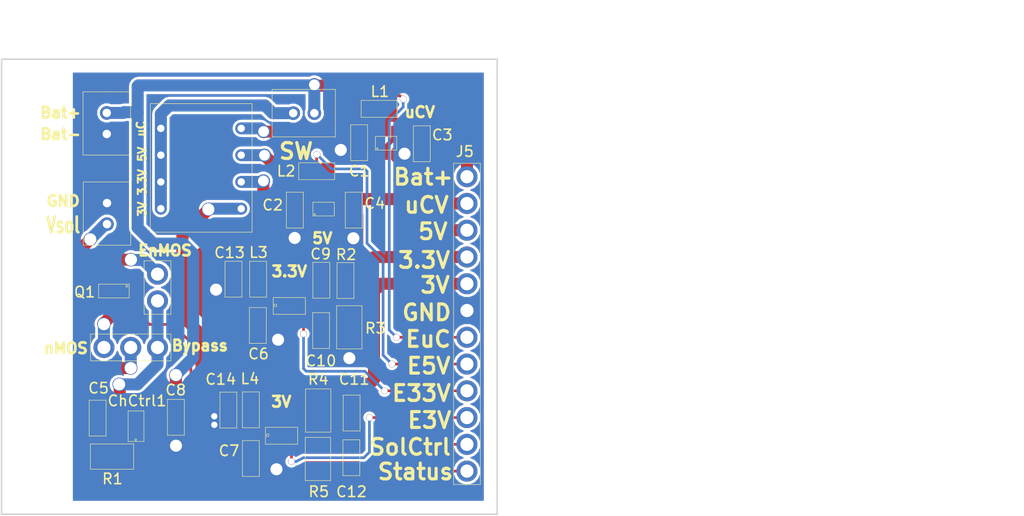
<source format=kicad_pcb>
(kicad_pcb (version 20170123) (host pcbnew no-vcs-found-895c0bb~58~ubuntu16.04.1)

  (general
    (thickness 10)
    (drawings 38)
    (tracks 202)
    (zones 0)
    (modules 37)
    (nets 29)
  )

  (page A4)
  (layers
    (0 F.Cu signal)
    (31 B.Cu power)
    (33 F.Adhes user)
    (35 F.Paste user)
    (37 F.SilkS user)
    (39 F.Mask user)
    (40 Dwgs.User user)
    (41 Cmts.User user)
    (42 Eco1.User user)
    (43 Eco2.User user)
    (44 Edge.Cuts user)
    (45 Margin user)
    (47 F.CrtYd user)
    (49 F.Fab user)
  )

  (setup
    (last_trace_width 0.254)
    (trace_clearance 0.254)
    (zone_clearance 0.254)
    (zone_45_only yes)
    (trace_min 0.254)
    (segment_width 0.2)
    (edge_width 0.15)
    (via_size 0.635)
    (via_drill 0.6)
    (via_min_size 0.635)
    (via_min_drill 0.6)
    (uvia_size 0.254)
    (uvia_drill 0)
    (uvias_allowed no)
    (uvia_min_size 0)
    (uvia_min_drill 0)
    (pcb_text_width 0.3)
    (pcb_text_size 1.5 1.5)
    (mod_edge_width 0.15)
    (mod_text_size 1 1)
    (mod_text_width 0.15)
    (pad_size 1.524 1.524)
    (pad_drill 0.762)
    (pad_to_mask_clearance 0.2)
    (aux_axis_origin 101.6 90.678)
    (visible_elements FFFFFF7F)
    (pcbplotparams
      (layerselection 0x032a0_ffffffff)
      (usegerberextensions false)
      (excludeedgelayer true)
      (linewidth 0.254000)
      (plotframeref false)
      (viasonmask false)
      (mode 1)
      (useauxorigin false)
      (hpglpennumber 1)
      (hpglpenspeed 20)
      (hpglpendiameter 15)
      (psnegative false)
      (psa4output false)
      (plotreference true)
      (plotvalue true)
      (plotinvisibletext false)
      (padsonsilk false)
      (subtractmaskfromsilk false)
      (outputformat 1)
      (mirror false)
      (drillshape 0)
      (scaleselection 1)
      (outputdirectory /home/xavier/Documents/ETS/PFE/alimentation/alim/output_files/Drill/))
  )

  (net 0 "")
  (net 1 VchuC)
  (net 2 Bat-)
  (net 3 Vch5V)
  (net 4 uCV)
  (net 5 5V)
  (net 6 "Net-(C5-Pad1)")
  (net 7 Vch3.3V)
  (net 8 Vch3V)
  (net 9 Bat+)
  (net 10 3.3V)
  (net 11 "Net-(C10-Pad1)")
  (net 12 3V)
  (net 13 "Net-(C11-Pad2)")
  (net 14 "Net-(ChCtrl1-Pad5)")
  (net 15 Status)
  (net 16 Vsol)
  (net 17 "Net-(J2-Pad3)")
  (net 18 "Net-(J4-Pad1)")
  (net 19 ENuC)
  (net 20 EN5V)
  (net 21 EN3.3V)
  (net 22 EN3V)
  (net 23 SolCtrl)
  (net 24 "Net-(L1-Pad1)")
  (net 25 "Net-(L2-Pad1)")
  (net 26 "Net-(L3-Pad1)")
  (net 27 "Net-(L4-Pad1)")
  (net 28 Von)

  (net_class Default "This is the default net class."
    (clearance 0.254)
    (trace_width 0.254)
    (via_dia 0.635)
    (via_drill 0.6)
    (uvia_dia 0.254)
    (uvia_drill 0)
    (diff_pair_gap 0.2032)
    (diff_pair_width 0.254)
    (add_net "Net-(C10-Pad1)")
    (add_net "Net-(C11-Pad2)")
    (add_net "Net-(ChCtrl1-Pad5)")
    (add_net "Net-(L1-Pad1)")
    (add_net "Net-(L2-Pad1)")
    (add_net "Net-(L3-Pad1)")
    (add_net "Net-(L4-Pad1)")
  )

  (net_class 3.3V ""
    (clearance 0.254)
    (trace_width 0.254)
    (via_dia 0.635)
    (via_drill 0.6)
    (uvia_dia 0.254)
    (uvia_drill 0)
    (diff_pair_gap 0.25)
    (diff_pair_width 0.254)
    (add_net EN3.3V)
  )

  (net_class 3V ""
    (clearance 0.254)
    (trace_width 0.254)
    (via_dia 0.635)
    (via_drill 0.6)
    (uvia_dia 0.254)
    (uvia_drill 0)
    (diff_pair_gap 0.25)
    (diff_pair_width 0.254)
    (add_net EN3V)
  )

  (net_class 5V ""
    (clearance 0.254)
    (trace_width 0.254)
    (via_dia 0.635)
    (via_drill 0.6)
    (uvia_dia 0.254)
    (uvia_drill 0)
    (diff_pair_gap 0.25)
    (diff_pair_width 0.254)
    (add_net EN5V)
    (add_net ENuC)
    (add_net SolCtrl)
    (add_net Status)
  )

  (net_class Bat- ""
    (clearance 0.254)
    (trace_width 0.254)
    (via_dia 0.635)
    (via_drill 0.6)
    (uvia_dia 0.254)
    (uvia_drill 0)
    (diff_pair_gap 0.25)
    (diff_pair_width 0.254)
    (add_net Bat-)
  )

  (net_class Pow ""
    (clearance 0.254)
    (trace_width 1.143)
    (via_dia 1.27)
    (via_drill 1.1)
    (uvia_dia 0.254)
    (uvia_drill 0)
    (diff_pair_gap 0.25)
    (diff_pair_width 0.254)
    (add_net 3.3V)
    (add_net 3V)
    (add_net 5V)
    (add_net Bat+)
    (add_net "Net-(C5-Pad1)")
    (add_net "Net-(J2-Pad3)")
    (add_net "Net-(J4-Pad1)")
    (add_net Vch3.3V)
    (add_net Vch3V)
    (add_net Vch5V)
    (add_net VchuC)
    (add_net Von)
    (add_net Vsol)
    (add_net uCV)
  )

  (module pfe:SOT-363_TPS61222 (layer F.Cu) (tedit 596523CE) (tstamp 595D887E)
    (at 137.1854 53.9242)
    (path /59554F89)
    (fp_text reference Reg1 (at 4.2672 -1.4732) (layer F.SilkS) hide
      (effects (font (size 1 1) (thickness 0.15)))
    )
    (fp_text value StepUpRegulator_TPS61220 (at 13.4874 -1.6256) (layer F.Fab) hide
      (effects (font (size 1 1) (thickness 0.15)))
    )
    (fp_line (start -0.15 0.9) (end 1.85 0.9) (layer F.SilkS) (width 0.05))
    (fp_line (start -0.15 0.9) (end -0.15 2.2) (layer F.SilkS) (width 0.05))
    (fp_line (start -0.15 2.2) (end 1.85 2.2) (layer F.SilkS) (width 0.05))
    (fp_line (start 1.8754 0.9) (end 1.8754 2.2) (layer F.SilkS) (width 0.05))
    (fp_circle (center 0.0254 2.05) (end 0.0854 2.08) (layer F.SilkS) (width 0.05))
    (pad 3 smd rect (at 1.5508 2.65) (size 0.4 0.9) (layers F.Cu F.Paste F.Mask)
      (net 2 Bat-))
    (pad 2 smd rect (at 0.8754 2.65) (size 0.4 0.9) (layers F.Cu F.Paste F.Mask)
      (net 4 uCV))
    (pad 1 smd rect (at 0.2 2.65) (size 0.4 0.9) (layers F.Cu F.Paste F.Mask)
      (net 1 VchuC))
    (pad 4 smd rect (at 1.5508 0.45) (size 0.4 0.9) (layers F.Cu F.Paste F.Mask)
      (net 4 uCV))
    (pad 5 smd rect (at 0.8754 0.45) (size 0.4 0.9) (layers F.Cu F.Paste F.Mask)
      (net 24 "Net-(L1-Pad1)"))
    (pad 6 smd rect (at 0.2 0.45) (size 0.4 0.9) (layers F.Cu F.Paste F.Mask)
      (net 19 ENuC))
  )

  (module pfe:SOT-363_TPS61222 (layer F.Cu) (tedit 596523CE) (tstamp 595D888D)
    (at 131.2672 60.1726)
    (path /5955509B)
    (fp_text reference Reg2 (at 1.0414 4.1402) (layer F.SilkS) hide
      (effects (font (size 1 1) (thickness 0.15)))
    )
    (fp_text value StepUpRegulator_TPS61220 (at 13.081 -2.1844) (layer F.Fab) hide
      (effects (font (size 1 1) (thickness 0.15)))
    )
    (fp_line (start -0.15 0.9) (end 1.85 0.9) (layer F.SilkS) (width 0.05))
    (fp_line (start -0.15 0.9) (end -0.15 2.2) (layer F.SilkS) (width 0.05))
    (fp_line (start -0.15 2.2) (end 1.85 2.2) (layer F.SilkS) (width 0.05))
    (fp_line (start 1.8754 0.9) (end 1.8754 2.2) (layer F.SilkS) (width 0.05))
    (fp_circle (center 0.0254 2.05) (end 0.0854 2.08) (layer F.SilkS) (width 0.05))
    (pad 3 smd rect (at 1.5508 2.65) (size 0.4 0.9) (layers F.Cu F.Paste F.Mask)
      (net 2 Bat-))
    (pad 2 smd rect (at 0.8754 2.65) (size 0.4 0.9) (layers F.Cu F.Paste F.Mask)
      (net 5 5V))
    (pad 1 smd rect (at 0.2 2.65) (size 0.4 0.9) (layers F.Cu F.Paste F.Mask)
      (net 3 Vch5V))
    (pad 4 smd rect (at 1.5508 0.45) (size 0.4 0.9) (layers F.Cu F.Paste F.Mask)
      (net 5 5V))
    (pad 5 smd rect (at 0.8754 0.45) (size 0.4 0.9) (layers F.Cu F.Paste F.Mask)
      (net 25 "Net-(L2-Pad1)"))
    (pad 6 smd rect (at 0.2 0.45) (size 0.4 0.9) (layers F.Cu F.Paste F.Mask)
      (net 20 EN5V))
  )

  (module pfe:0805 (layer F.Cu) (tedit 59601459) (tstamp 595D873A)
    (at 136.2964 53.721 270)
    (path /595558F7)
    (fp_text reference C1 (at 4.3942 0.7874) (layer F.SilkS)
      (effects (font (size 1 1) (thickness 0.15)))
    )
    (fp_text value 10u (at 2.6162 3.2004) (layer F.Fab) hide
      (effects (font (size 1 1) (thickness 0.15)))
    )
    (fp_line (start 0 0) (end 0 1.6) (layer F.SilkS) (width 0.05))
    (fp_line (start 0 1.6) (end 3.4 1.6) (layer F.SilkS) (width 0.05))
    (fp_line (start 3.4 1.6) (end 3.4 0) (layer F.SilkS) (width 0.05))
    (fp_line (start 3.4 0) (end 0 0) (layer F.SilkS) (width 0.05))
    (pad 1 smd rect (at 0.65 0.8 270) (size 1.2 1.5) (layers F.Cu F.Paste F.Mask)
      (net 1 VchuC))
    (pad 2 smd rect (at 2.75 0.8 270) (size 1.2 1.5) (layers F.Cu F.Paste F.Mask)
      (net 2 Bat-))
  )

  (module pfe:0805 (layer F.Cu) (tedit 59600980) (tstamp 595D8744)
    (at 130.2004 60.1218 270)
    (path /59556FFB)
    (fp_text reference C2 (at 1.2192 2.8956) (layer F.SilkS)
      (effects (font (size 1 1) (thickness 0.15)))
    )
    (fp_text value 10u (at 2.5146 3.175) (layer F.Fab) hide
      (effects (font (size 1 1) (thickness 0.15)))
    )
    (fp_line (start 0 0) (end 0 1.6) (layer F.SilkS) (width 0.05))
    (fp_line (start 0 1.6) (end 3.4 1.6) (layer F.SilkS) (width 0.05))
    (fp_line (start 3.4 1.6) (end 3.4 0) (layer F.SilkS) (width 0.05))
    (fp_line (start 3.4 0) (end 0 0) (layer F.SilkS) (width 0.05))
    (pad 1 smd rect (at 0.65 0.8 270) (size 1.2 1.5) (layers F.Cu F.Paste F.Mask)
      (net 3 Vch5V))
    (pad 2 smd rect (at 2.75 0.8 270) (size 1.2 1.5) (layers F.Cu F.Paste F.Mask)
      (net 2 Bat-))
  )

  (module pfe:0805 (layer F.Cu) (tedit 59600915) (tstamp 595D874E)
    (at 142.24 53.8226 270)
    (path /59555888)
    (fp_text reference C3 (at 0.8636 -1.143) (layer F.SilkS)
      (effects (font (size 1 1) (thickness 0.15)))
    )
    (fp_text value 10u (at 2.5654 -1.7526) (layer F.Fab) hide
      (effects (font (size 1 1) (thickness 0.15)))
    )
    (fp_line (start 0 0) (end 0 1.6) (layer F.SilkS) (width 0.05))
    (fp_line (start 0 1.6) (end 3.4 1.6) (layer F.SilkS) (width 0.05))
    (fp_line (start 3.4 1.6) (end 3.4 0) (layer F.SilkS) (width 0.05))
    (fp_line (start 3.4 0) (end 0 0) (layer F.SilkS) (width 0.05))
    (pad 1 smd rect (at 0.65 0.8 270) (size 1.2 1.5) (layers F.Cu F.Paste F.Mask)
      (net 4 uCV))
    (pad 2 smd rect (at 2.75 0.8 270) (size 1.2 1.5) (layers F.Cu F.Paste F.Mask)
      (net 2 Bat-))
  )

  (module pfe:0805 (layer F.Cu) (tedit 5960097C) (tstamp 595D8758)
    (at 135.7884 60.1218 270)
    (path /595570C8)
    (fp_text reference C4 (at 1.0668 -1.1938) (layer F.SilkS)
      (effects (font (size 1 1) (thickness 0.15)))
    )
    (fp_text value 10u (at 2.54 -1.8796) (layer F.Fab) hide
      (effects (font (size 1 1) (thickness 0.15)))
    )
    (fp_line (start 0 0) (end 0 1.6) (layer F.SilkS) (width 0.05))
    (fp_line (start 0 1.6) (end 3.4 1.6) (layer F.SilkS) (width 0.05))
    (fp_line (start 3.4 1.6) (end 3.4 0) (layer F.SilkS) (width 0.05))
    (fp_line (start 3.4 0) (end 0 0) (layer F.SilkS) (width 0.05))
    (pad 1 smd rect (at 0.65 0.8 270) (size 1.2 1.5) (layers F.Cu F.Paste F.Mask)
      (net 5 5V))
    (pad 2 smd rect (at 2.75 0.8 270) (size 1.2 1.5) (layers F.Cu F.Paste F.Mask)
      (net 2 Bat-))
  )

  (module pfe:0805 (layer F.Cu) (tedit 59600E28) (tstamp 595D8762)
    (at 111.506 79.8576 270)
    (path /5954704B)
    (fp_text reference C5 (at -1.143 0.7112) (layer F.SilkS)
      (effects (font (size 1 1) (thickness 0.15)))
    )
    (fp_text value 4.7u (at -0.25 -2.75 270) (layer F.Fab) hide
      (effects (font (size 1 1) (thickness 0.15)))
    )
    (fp_line (start 0 0) (end 0 1.6) (layer F.SilkS) (width 0.05))
    (fp_line (start 0 1.6) (end 3.4 1.6) (layer F.SilkS) (width 0.05))
    (fp_line (start 3.4 1.6) (end 3.4 0) (layer F.SilkS) (width 0.05))
    (fp_line (start 3.4 0) (end 0 0) (layer F.SilkS) (width 0.05))
    (pad 1 smd rect (at 0.65 0.8 270) (size 1.2 1.5) (layers F.Cu F.Paste F.Mask)
      (net 6 "Net-(C5-Pad1)"))
    (pad 2 smd rect (at 2.75 0.8 270) (size 1.2 1.5) (layers F.Cu F.Paste F.Mask)
      (net 2 Bat-))
  )

  (module pfe:0805 (layer F.Cu) (tedit 59600999) (tstamp 595D876C)
    (at 126.6952 71.0692 270)
    (path /5955570A)
    (fp_text reference C6 (at 4.3942 0.7366) (layer F.SilkS)
      (effects (font (size 1 1) (thickness 0.15)))
    )
    (fp_text value 4.7u (at 5.969 0.762) (layer F.Fab) hide
      (effects (font (size 1 1) (thickness 0.15)))
    )
    (fp_line (start 0 0) (end 0 1.6) (layer F.SilkS) (width 0.05))
    (fp_line (start 0 1.6) (end 3.4 1.6) (layer F.SilkS) (width 0.05))
    (fp_line (start 3.4 1.6) (end 3.4 0) (layer F.SilkS) (width 0.05))
    (fp_line (start 3.4 0) (end 0 0) (layer F.SilkS) (width 0.05))
    (pad 1 smd rect (at 0.65 0.8 270) (size 1.2 1.5) (layers F.Cu F.Paste F.Mask)
      (net 7 Vch3.3V))
    (pad 2 smd rect (at 2.75 0.8 270) (size 1.2 1.5) (layers F.Cu F.Paste F.Mask)
      (net 2 Bat-))
  )

  (module pfe:0805 (layer F.Cu) (tedit 596009AA) (tstamp 595D8776)
    (at 126.0348 83.693 270)
    (path /59559369)
    (fp_text reference C7 (at 0.9652 2.8702) (layer F.SilkS)
      (effects (font (size 1 1) (thickness 0.15)))
    )
    (fp_text value 4.7u (at 2.5908 3.4544) (layer F.Fab) hide
      (effects (font (size 1 1) (thickness 0.15)))
    )
    (fp_line (start 0 0) (end 0 1.6) (layer F.SilkS) (width 0.05))
    (fp_line (start 0 1.6) (end 3.4 1.6) (layer F.SilkS) (width 0.05))
    (fp_line (start 3.4 1.6) (end 3.4 0) (layer F.SilkS) (width 0.05))
    (fp_line (start 3.4 0) (end 0 0) (layer F.SilkS) (width 0.05))
    (pad 1 smd rect (at 0.65 0.8 270) (size 1.2 1.5) (layers F.Cu F.Paste F.Mask)
      (net 8 Vch3V))
    (pad 2 smd rect (at 2.75 0.8 270) (size 1.2 1.5) (layers F.Cu F.Paste F.Mask)
      (net 2 Bat-))
  )

  (module pfe:0805 (layer F.Cu) (tedit 59610EE9) (tstamp 595D8780)
    (at 118.9228 79.7814 270)
    (path /5954730E)
    (fp_text reference C8 (at -0.889 0.8128) (layer F.SilkS)
      (effects (font (size 1 1) (thickness 0.15)))
    )
    (fp_text value 4.7u (at -0.25 -2.75 270) (layer F.Fab) hide
      (effects (font (size 1 1) (thickness 0.15)))
    )
    (fp_line (start 0 0) (end 0 1.6) (layer F.SilkS) (width 0.05))
    (fp_line (start 0 1.6) (end 3.4 1.6) (layer F.SilkS) (width 0.05))
    (fp_line (start 3.4 1.6) (end 3.4 0) (layer F.SilkS) (width 0.05))
    (fp_line (start 3.4 0) (end 0 0) (layer F.SilkS) (width 0.05))
    (pad 1 smd rect (at 0.65 0.8 270) (size 1.2 1.5) (layers F.Cu F.Paste F.Mask)
      (net 9 Bat+))
    (pad 2 smd rect (at 2.75 0.8 270) (size 1.2 1.5) (layers F.Cu F.Paste F.Mask)
      (net 2 Bat-))
  )

  (module pfe:0805 (layer F.Cu) (tedit 59626001) (tstamp 595D878A)
    (at 132.715 66.7766 270)
    (path /59556C35)
    (fp_text reference C9 (at -0.7874 0.8636) (layer F.SilkS)
      (effects (font (size 1 1) (thickness 0.15)))
    )
    (fp_text value 36p (at -2.7432 1.1938) (layer F.Fab) hide
      (effects (font (size 1 1) (thickness 0.15)))
    )
    (fp_line (start 0 0) (end 0 1.6) (layer F.SilkS) (width 0.05))
    (fp_line (start 0 1.6) (end 3.4 1.6) (layer F.SilkS) (width 0.05))
    (fp_line (start 3.4 1.6) (end 3.4 0) (layer F.SilkS) (width 0.05))
    (fp_line (start 3.4 0) (end 0 0) (layer F.SilkS) (width 0.05))
    (pad 1 smd rect (at 0.65 0.8 270) (size 1.2 1.5) (layers F.Cu F.Paste F.Mask)
      (net 10 3.3V))
    (pad 2 smd rect (at 2.75 0.8 270) (size 1.2 1.5) (layers F.Cu F.Paste F.Mask)
      (net 11 "Net-(C10-Pad1)"))
  )

  (module pfe:0805 (layer F.Cu) (tedit 59600996) (tstamp 595D8794)
    (at 132.6896 71.5518 270)
    (path /59556C80)
    (fp_text reference C10 (at 4.572 0.8128) (layer F.SilkS)
      (effects (font (size 1 1) (thickness 0.15)))
    )
    (fp_text value 180p (at 6.0198 1.2446) (layer F.Fab) hide
      (effects (font (size 1 1) (thickness 0.15)))
    )
    (fp_line (start 0 0) (end 0 1.6) (layer F.SilkS) (width 0.05))
    (fp_line (start 0 1.6) (end 3.4 1.6) (layer F.SilkS) (width 0.05))
    (fp_line (start 3.4 1.6) (end 3.4 0) (layer F.SilkS) (width 0.05))
    (fp_line (start 3.4 0) (end 0 0) (layer F.SilkS) (width 0.05))
    (pad 1 smd rect (at 0.65 0.8 270) (size 1.2 1.5) (layers F.Cu F.Paste F.Mask)
      (net 11 "Net-(C10-Pad1)"))
    (pad 2 smd rect (at 2.75 0.8 270) (size 1.2 1.5) (layers F.Cu F.Paste F.Mask)
      (net 2 Bat-))
  )

  (module pfe:0805 (layer F.Cu) (tedit 596009A4) (tstamp 595D879E)
    (at 135.5852 79.375 270)
    (path /5955919B)
    (fp_text reference C11 (at -1.4986 0.5588) (layer F.SilkS)
      (effects (font (size 1 1) (thickness 0.15)))
    )
    (fp_text value 36p (at -3.175 0.2286) (layer F.Fab) hide
      (effects (font (size 1 1) (thickness 0.15)))
    )
    (fp_line (start 0 0) (end 0 1.6) (layer F.SilkS) (width 0.05))
    (fp_line (start 0 1.6) (end 3.4 1.6) (layer F.SilkS) (width 0.05))
    (fp_line (start 3.4 1.6) (end 3.4 0) (layer F.SilkS) (width 0.05))
    (fp_line (start 3.4 0) (end 0 0) (layer F.SilkS) (width 0.05))
    (pad 1 smd rect (at 0.65 0.8 270) (size 1.2 1.5) (layers F.Cu F.Paste F.Mask)
      (net 12 3V))
    (pad 2 smd rect (at 2.75 0.8 270) (size 1.2 1.5) (layers F.Cu F.Paste F.Mask)
      (net 13 "Net-(C11-Pad2)"))
  )

  (module pfe:0805 (layer F.Cu) (tedit 596009AF) (tstamp 595D87A8)
    (at 135.5598 83.6168 270)
    (path /595591FE)
    (fp_text reference C12 (at 4.9276 0.7874) (layer F.SilkS)
      (effects (font (size 1 1) (thickness 0.15)))
    )
    (fp_text value 180p (at 6.5278 0.254) (layer F.Fab) hide
      (effects (font (size 1 1) (thickness 0.15)))
    )
    (fp_line (start 0 0) (end 0 1.6) (layer F.SilkS) (width 0.05))
    (fp_line (start 0 1.6) (end 3.4 1.6) (layer F.SilkS) (width 0.05))
    (fp_line (start 3.4 1.6) (end 3.4 0) (layer F.SilkS) (width 0.05))
    (fp_line (start 3.4 0) (end 0 0) (layer F.SilkS) (width 0.05))
    (pad 1 smd rect (at 0.65 0.8 270) (size 1.2 1.5) (layers F.Cu F.Paste F.Mask)
      (net 13 "Net-(C11-Pad2)"))
    (pad 2 smd rect (at 2.75 0.8 270) (size 1.2 1.5) (layers F.Cu F.Paste F.Mask)
      (net 2 Bat-))
  )

  (module pfe:0805 (layer F.Cu) (tedit 5960098C) (tstamp 595D87B2)
    (at 124.3838 66.675 270)
    (path /59556D9F)
    (fp_text reference C13 (at -0.8128 1.1684) (layer F.SilkS)
      (effects (font (size 1 1) (thickness 0.15)))
    )
    (fp_text value 4.7u (at -2.3876 1.6256) (layer F.Fab) hide
      (effects (font (size 1 1) (thickness 0.15)))
    )
    (fp_line (start 0 0) (end 0 1.6) (layer F.SilkS) (width 0.05))
    (fp_line (start 0 1.6) (end 3.4 1.6) (layer F.SilkS) (width 0.05))
    (fp_line (start 3.4 1.6) (end 3.4 0) (layer F.SilkS) (width 0.05))
    (fp_line (start 3.4 0) (end 0 0) (layer F.SilkS) (width 0.05))
    (pad 1 smd rect (at 0.65 0.8 270) (size 1.2 1.5) (layers F.Cu F.Paste F.Mask)
      (net 10 3.3V))
    (pad 2 smd rect (at 2.75 0.8 270) (size 1.2 1.5) (layers F.Cu F.Paste F.Mask)
      (net 2 Bat-))
  )

  (module pfe:0805 (layer F.Cu) (tedit 5960099B) (tstamp 595D87BC)
    (at 123.9012 79.0956 270)
    (path /5955945E)
    (fp_text reference C14 (at -1.2192 1.524) (layer F.SilkS)
      (effects (font (size 1 1) (thickness 0.15)))
    )
    (fp_text value 4.7u (at -2.7178 1.651) (layer F.Fab) hide
      (effects (font (size 1 1) (thickness 0.15)))
    )
    (fp_line (start 0 0) (end 0 1.6) (layer F.SilkS) (width 0.05))
    (fp_line (start 0 1.6) (end 3.4 1.6) (layer F.SilkS) (width 0.05))
    (fp_line (start 3.4 1.6) (end 3.4 0) (layer F.SilkS) (width 0.05))
    (fp_line (start 3.4 0) (end 0 0) (layer F.SilkS) (width 0.05))
    (pad 1 smd rect (at 0.65 0.8 270) (size 1.2 1.5) (layers F.Cu F.Paste F.Mask)
      (net 12 3V))
    (pad 2 smd rect (at 2.75 0.8 270) (size 1.2 1.5) (layers F.Cu F.Paste F.Mask)
      (net 2 Bat-))
  )

  (module pfe:SOT-23-5_MCP7383X (layer F.Cu) (tedit 596245C1) (tstamp 595D87CA)
    (at 112.395 83.566 90)
    (path /59546DFF)
    (fp_text reference ChCtrl1 (at 3.64744 2.04724 180) (layer F.SilkS)
      (effects (font (size 1 1) (thickness 0.15)))
    )
    (fp_text value ChargeCtrl_MCP73831/2 (at 0.45 -2.94 90) (layer F.Fab) hide
      (effects (font (size 1 1) (thickness 0.15)))
    )
    (fp_circle (center -0.05 1.92) (end 0.03 1.96) (layer F.SilkS) (width 0.05))
    (fp_line (start 2.69 1.2) (end 2.69 2.7) (layer F.SilkS) (width 0.05))
    (fp_line (start -0.21 2.7) (end 2.69 2.7) (layer F.SilkS) (width 0.05))
    (fp_line (start -0.21 1.2) (end -0.21 2.7) (layer F.SilkS) (width 0.05))
    (fp_line (start -0.21 1.2) (end 2.69 1.2) (layer F.SilkS) (width 0.05))
    (pad 5 smd rect (at 0.3 0.55 90) (size 0.6 1.1) (layers F.Cu F.Paste F.Mask)
      (net 14 "Net-(ChCtrl1-Pad5)"))
    (pad 4 smd rect (at 2.2 0.55 90) (size 0.6 1.1) (layers F.Cu F.Paste F.Mask)
      (net 6 "Net-(C5-Pad1)"))
    (pad 1 smd rect (at 0.3 3.35 90) (size 0.6 1.1) (layers F.Cu F.Paste F.Mask)
      (net 15 Status))
    (pad 2 smd rect (at 1.25 3.35 90) (size 0.6 1.1) (layers F.Cu F.Paste F.Mask)
      (net 2 Bat-))
    (pad 3 smd rect (at 2.2 3.35 90) (size 0.6 1.1) (layers F.Cu F.Paste F.Mask)
      (net 9 Bat+))
  )

  (module pfe:Connect_X2_Power (layer F.Cu) (tedit 59625ECA) (tstamp 595D87D5)
    (at 113.8428 65.151 180)
    (path /59554195)
    (fp_text reference J1 (at 2.1336 -1.0414 180) (layer F.SilkS) hide
      (effects (font (size 1 1) (thickness 0.15)))
    )
    (fp_text value SolCell (at 0 -3.81 180) (layer F.Fab) hide
      (effects (font (size 1 1) (thickness 0.15)))
    )
    (fp_line (start 4.5 0) (end 4.5 6) (layer F.SilkS) (width 0.05))
    (fp_line (start 0 6) (end 4.5 6) (layer F.SilkS) (width 0.05))
    (fp_line (start 2.25 0) (end 4.5 0) (layer F.SilkS) (width 0.05))
    (fp_line (start 2.25 0) (end 0 0) (layer F.SilkS) (width 0.05))
    (fp_line (start 0 0) (end 0 6) (layer F.SilkS) (width 0.05))
    (pad 1 thru_hole circle (at 2.25 2 180) (size 1.3 1.3) (drill 0.8) (layers *.Cu *.Mask)
      (net 16 Vsol))
    (pad 2 thru_hole circle (at 2.25 4 180) (size 1.3 1.3) (drill 0.8) (layers *.Cu *.Mask)
      (net 2 Bat-))
  )

  (module pfe:Header_X3_0p1 (layer F.Cu) (tedit 596263D9) (tstamp 595D87E0)
    (at 118.9228 72.3138 270)
    (path /595AC846)
    (fp_text reference J2 (at 4.5466 7.8232 180) (layer F.SilkS) hide
      (effects (font (size 1 1) (thickness 0.15)))
    )
    (fp_text value nMOS_or_Direct (at 0 -3.81 270) (layer F.Fab) hide
      (effects (font (size 1 1) (thickness 0.15)))
    )
    (fp_line (start 3.81 1.27) (end 1.27 1.27) (layer F.SilkS) (width 0.05))
    (fp_line (start 1.27 1.27) (end 1.27 8.89) (layer F.SilkS) (width 0.05))
    (fp_line (start 1.27 8.89) (end 3.81 8.89) (layer F.SilkS) (width 0.05))
    (fp_line (start 3.81 8.89) (end 3.81 1.27) (layer F.SilkS) (width 0.05))
    (pad 1 thru_hole circle (at 2.54 2.54 270) (size 2 2) (drill 1.25) (layers *.Cu *.Mask)
      (net 6 "Net-(C5-Pad1)"))
    (pad 2 thru_hole circle (at 2.54 5.08 270) (size 2 2) (drill 1.25) (layers *.Cu *.Mask)
      (net 16 Vsol))
    (pad 3 thru_hole circle (at 2.54 7.62 270) (size 2 2) (drill 1.25) (layers *.Cu *.Mask)
      (net 17 "Net-(J2-Pad3)"))
  )

  (module pfe:Connect_X2_Power (layer F.Cu) (tedit 59625EC2) (tstamp 595D87EB)
    (at 109.3216 50.5968)
    (path /59553F63)
    (fp_text reference J3 (at 2.5146 7.4422) (layer F.SilkS) hide
      (effects (font (size 1 1) (thickness 0.15)))
    )
    (fp_text value Bat3.6V (at 7.2644 2.286 90) (layer F.Fab) hide
      (effects (font (size 1 1) (thickness 0.15)))
    )
    (fp_line (start 4.5 0) (end 4.5 6) (layer F.SilkS) (width 0.05))
    (fp_line (start 0 6) (end 4.5 6) (layer F.SilkS) (width 0.05))
    (fp_line (start 2.25 0) (end 4.5 0) (layer F.SilkS) (width 0.05))
    (fp_line (start 2.25 0) (end 0 0) (layer F.SilkS) (width 0.05))
    (fp_line (start 0 0) (end 0 6) (layer F.SilkS) (width 0.05))
    (pad 1 thru_hole circle (at 2.25 2) (size 1.3 1.3) (drill 0.8) (layers *.Cu *.Mask)
      (net 9 Bat+))
    (pad 2 thru_hole circle (at 2.25 4) (size 1.3 1.3) (drill 0.8) (layers *.Cu *.Mask)
      (net 2 Bat-))
  )

  (module pfe:Header_X2_0p1 (layer F.Cu) (tedit 59625EDA) (tstamp 595D87F5)
    (at 113.8428 65.3542)
    (path /595AD0E8)
    (fp_text reference J4 (at 2.667 7.2136) (layer F.SilkS) hide
      (effects (font (size 1 1) (thickness 0.15)))
    )
    (fp_text value En_SolCtrl (at 0.24 -3.38) (layer F.Fab) hide
      (effects (font (size 1 1) (thickness 0.15)))
    )
    (fp_line (start 1.27 1.27) (end 3.81 1.27) (layer F.SilkS) (width 0.05))
    (fp_line (start 3.81 1.27) (end 3.81 6.35) (layer F.SilkS) (width 0.05))
    (fp_line (start 3.81 6.35) (end 1.27 6.35) (layer F.SilkS) (width 0.05))
    (fp_line (start 1.27 6.35) (end 1.27 1.27) (layer F.SilkS) (width 0.05))
    (pad 1 thru_hole circle (at 2.54 2.54) (size 2 2) (drill 1.25) (layers *.Cu *.Mask)
      (net 18 "Net-(J4-Pad1)"))
    (pad 2 thru_hole circle (at 2.54 5.08) (size 2 2) (drill 1.25) (layers *.Cu *.Mask)
      (net 6 "Net-(C5-Pad1)"))
  )

  (module pfe:Header_X12_0p1 (layer F.Cu) (tedit 59600A4F) (tstamp 595D8809)
    (at 143.1798 56.1086)
    (path /595C82C6)
    (fp_text reference J5 (at 2.3368 0.1524) (layer F.SilkS)
      (effects (font (size 1 1) (thickness 0.15)))
    )
    (fp_text value AlimConnector (at -0.2286 -1.651) (layer F.Fab) hide
      (effects (font (size 1 1) (thickness 0.15)))
    )
    (fp_line (start 3.81 1.27) (end 1.27 1.27) (layer F.SilkS) (width 0.05))
    (fp_line (start 1.27 1.27) (end 1.27 31.75) (layer F.SilkS) (width 0.05))
    (fp_line (start 1.27 31.75) (end 3.81 31.75) (layer F.SilkS) (width 0.05))
    (fp_line (start 3.81 31.75) (end 3.81 1.27) (layer F.SilkS) (width 0.05))
    (pad 1 thru_hole circle (at 2.54 2.54) (size 2 2) (drill 1.25) (layers *.Cu *.Mask)
      (net 9 Bat+))
    (pad 2 thru_hole circle (at 2.54 5.08) (size 2 2) (drill 1.25) (layers *.Cu *.Mask)
      (net 4 uCV))
    (pad 3 thru_hole circle (at 2.54 7.62) (size 2 2) (drill 1.25) (layers *.Cu *.Mask)
      (net 5 5V))
    (pad 4 thru_hole circle (at 2.54 10.16) (size 2 2) (drill 1.25) (layers *.Cu *.Mask)
      (net 10 3.3V))
    (pad 5 thru_hole circle (at 2.54 12.7) (size 2 2) (drill 1.25) (layers *.Cu *.Mask)
      (net 12 3V))
    (pad 6 thru_hole circle (at 2.54 15.24) (size 2 2) (drill 1.25) (layers *.Cu *.Mask)
      (net 2 Bat-))
    (pad 7 thru_hole circle (at 2.54 17.78) (size 2 2) (drill 1.25) (layers *.Cu *.Mask)
      (net 19 ENuC))
    (pad 8 thru_hole circle (at 2.54 20.32) (size 2 2) (drill 1.25) (layers *.Cu *.Mask)
      (net 20 EN5V))
    (pad 9 thru_hole circle (at 2.54 22.86) (size 2 2) (drill 1.25) (layers *.Cu *.Mask)
      (net 21 EN3.3V))
    (pad 10 thru_hole circle (at 2.54 25.4) (size 2 2) (drill 1.25) (layers *.Cu *.Mask)
      (net 22 EN3V))
    (pad 11 thru_hole circle (at 2.54 27.94) (size 2 2) (drill 1.25) (layers *.Cu *.Mask)
      (net 23 SolCtrl))
    (pad 12 thru_hole circle (at 2.54 30.48) (size 2 2) (drill 1.25) (layers *.Cu *.Mask)
      (net 15 Status))
  )

  (module pfe:0805 (layer F.Cu) (tedit 59600918) (tstamp 595D8813)
    (at 139.0904 53.0098 180)
    (path /5955598C)
    (fp_text reference L1 (at 1.6256 2.4384 180) (layer F.SilkS)
      (effects (font (size 1 1) (thickness 0.15)))
    )
    (fp_text value 4.7u (at 1.6002 3.7846 180) (layer F.Fab) hide
      (effects (font (size 1 1) (thickness 0.15)))
    )
    (fp_line (start 0 0) (end 0 1.6) (layer F.SilkS) (width 0.05))
    (fp_line (start 0 1.6) (end 3.4 1.6) (layer F.SilkS) (width 0.05))
    (fp_line (start 3.4 1.6) (end 3.4 0) (layer F.SilkS) (width 0.05))
    (fp_line (start 3.4 0) (end 0 0) (layer F.SilkS) (width 0.05))
    (pad 1 smd rect (at 0.65 0.8 180) (size 1.2 1.5) (layers F.Cu F.Paste F.Mask)
      (net 24 "Net-(L1-Pad1)"))
    (pad 2 smd rect (at 2.75 0.8 180) (size 1.2 1.5) (layers F.Cu F.Paste F.Mask)
      (net 1 VchuC))
  )

  (module pfe:0805 (layer F.Cu) (tedit 59625EAF) (tstamp 595D881D)
    (at 133.1722 58.928 180)
    (path /59556CEF)
    (fp_text reference L2 (at 4.5974 0.8128 180) (layer F.SilkS)
      (effects (font (size 1 1) (thickness 0.15)))
    )
    (fp_text value 4.7u (at 1.524 4.0894 180) (layer F.Fab) hide
      (effects (font (size 1 1) (thickness 0.15)))
    )
    (fp_line (start 0 0) (end 0 1.6) (layer F.SilkS) (width 0.05))
    (fp_line (start 0 1.6) (end 3.4 1.6) (layer F.SilkS) (width 0.05))
    (fp_line (start 3.4 1.6) (end 3.4 0) (layer F.SilkS) (width 0.05))
    (fp_line (start 3.4 0) (end 0 0) (layer F.SilkS) (width 0.05))
    (pad 1 smd rect (at 0.65 0.8 180) (size 1.2 1.5) (layers F.Cu F.Paste F.Mask)
      (net 25 "Net-(L2-Pad1)"))
    (pad 2 smd rect (at 2.75 0.8 180) (size 1.2 1.5) (layers F.Cu F.Paste F.Mask)
      (net 3 Vch5V))
  )

  (module pfe:0805 (layer F.Cu) (tedit 59600989) (tstamp 595D8827)
    (at 125.1204 70.0786 90)
    (path /595566B2)
    (fp_text reference L3 (at 4.2418 0.8382 180) (layer F.SilkS)
      (effects (font (size 1 1) (thickness 0.15)))
    )
    (fp_text value 10u (at 5.7912 1.1176 180) (layer F.Fab) hide
      (effects (font (size 1 1) (thickness 0.15)))
    )
    (fp_line (start 0 0) (end 0 1.6) (layer F.SilkS) (width 0.05))
    (fp_line (start 0 1.6) (end 3.4 1.6) (layer F.SilkS) (width 0.05))
    (fp_line (start 3.4 1.6) (end 3.4 0) (layer F.SilkS) (width 0.05))
    (fp_line (start 3.4 0) (end 0 0) (layer F.SilkS) (width 0.05))
    (pad 1 smd rect (at 0.65 0.8 90) (size 1.2 1.5) (layers F.Cu F.Paste F.Mask)
      (net 26 "Net-(L3-Pad1)"))
    (pad 2 smd rect (at 2.75 0.8 90) (size 1.2 1.5) (layers F.Cu F.Paste F.Mask)
      (net 10 3.3V))
  )

  (module pfe:0805 (layer F.Cu) (tedit 5960099E) (tstamp 595D8831)
    (at 124.4346 82.4738 90)
    (path /59558BEE)
    (fp_text reference L4 (at 4.6482 0.7112 180) (layer F.SilkS)
      (effects (font (size 1 1) (thickness 0.15)))
    )
    (fp_text value 10u (at 6.1468 1.4732 180) (layer F.Fab) hide
      (effects (font (size 1 1) (thickness 0.15)))
    )
    (fp_line (start 0 0) (end 0 1.6) (layer F.SilkS) (width 0.05))
    (fp_line (start 0 1.6) (end 3.4 1.6) (layer F.SilkS) (width 0.05))
    (fp_line (start 3.4 1.6) (end 3.4 0) (layer F.SilkS) (width 0.05))
    (fp_line (start 3.4 0) (end 0 0) (layer F.SilkS) (width 0.05))
    (pad 1 smd rect (at 0.65 0.8 90) (size 1.2 1.5) (layers F.Cu F.Paste F.Mask)
      (net 27 "Net-(L4-Pad1)"))
    (pad 2 smd rect (at 2.75 0.8 90) (size 1.2 1.5) (layers F.Cu F.Paste F.Mask)
      (net 12 3V))
  )

  (module pfe:SOT-23_SI2342DS (layer F.Cu) (tedit 596263CE) (tstamp 595D883D)
    (at 113.4872 70.8406 180)
    (path /595AC51E)
    (fp_text reference Q1 (at 4.0132 1.2446) (layer F.SilkS)
      (effects (font (size 1 1) (thickness 0.15)))
    )
    (fp_text value SI2342DS-T1-GE3 (at 0.17 -2.51 180) (layer F.Fab) hide
      (effects (font (size 1 1) (thickness 0.15)))
    )
    (fp_circle (center 0.01 1.8) (end 0.08 1.86) (layer F.SilkS) (width 0.05))
    (fp_line (start 2.69 0.69) (end 2.69 1.99) (layer F.SilkS) (width 0.05))
    (fp_line (start -0.21 1.99) (end 2.69 1.99) (layer F.SilkS) (width 0.05))
    (fp_line (start -0.21 0.69) (end 2.69 0.69) (layer F.SilkS) (width 0.05))
    (fp_line (start -0.21 0.69) (end -0.21 1.99) (layer F.SilkS) (width 0.05))
    (pad 3 smd rect (at 1.23 0.21 180) (size 0.56 1) (layers F.Cu F.Paste F.Mask)
      (net 17 "Net-(J2-Pad3)"))
    (pad 1 smd rect (at 0.28 2.47 180) (size 0.56 1) (layers F.Cu F.Paste F.Mask)
      (net 23 SolCtrl))
    (pad 2 smd rect (at 2.18 2.47 180) (size 0.56 1) (layers F.Cu F.Paste F.Mask)
      (net 18 "Net-(J4-Pad1)"))
  )

  (module pfe:1210 (layer F.Cu) (tedit 59600E2B) (tstamp 595D8847)
    (at 114.1222 86.4108 180)
    (path /59546E46)
    (fp_text reference R1 (at 2.0066 -0.9144) (layer F.SilkS)
      (effects (font (size 1 1) (thickness 0.15)))
    )
    (fp_text value 6.04k (at 0.05 -2.4 180) (layer F.Fab) hide
      (effects (font (size 1 1) (thickness 0.15)))
    )
    (fp_line (start 0 0) (end 0 2.4) (layer F.SilkS) (width 0.05))
    (fp_line (start 0 2.4) (end 4.1 2.4) (layer F.SilkS) (width 0.05))
    (fp_line (start 4.1 2.4) (end 4.1 0) (layer F.SilkS) (width 0.05))
    (fp_line (start 4.1 0) (end 0 0) (layer F.SilkS) (width 0.05))
    (pad 1 smd rect (at 0.5 1.2 180) (size 0.9 2.3) (layers F.Cu F.Paste F.Mask)
      (net 14 "Net-(ChCtrl1-Pad5)"))
    (pad 2 smd rect (at 3.6 1.2 180) (size 0.9 2.3) (layers F.Cu F.Paste F.Mask)
      (net 2 Bat-))
  )

  (module pfe:0805 (layer F.Cu) (tedit 59626003) (tstamp 595D8851)
    (at 135.001 66.802 270)
    (path /5955691D)
    (fp_text reference R2 (at -0.762 0.7366) (layer F.SilkS)
      (effects (font (size 1 1) (thickness 0.15)))
    )
    (fp_text value 510k (at -2.6924 -0.381) (layer F.Fab) hide
      (effects (font (size 1 1) (thickness 0.15)))
    )
    (fp_line (start 0 0) (end 0 1.6) (layer F.SilkS) (width 0.05))
    (fp_line (start 0 1.6) (end 3.4 1.6) (layer F.SilkS) (width 0.05))
    (fp_line (start 3.4 1.6) (end 3.4 0) (layer F.SilkS) (width 0.05))
    (fp_line (start 3.4 0) (end 0 0) (layer F.SilkS) (width 0.05))
    (pad 1 smd rect (at 0.65 0.8 270) (size 1.2 1.5) (layers F.Cu F.Paste F.Mask)
      (net 10 3.3V))
    (pad 2 smd rect (at 2.75 0.8 270) (size 1.2 1.5) (layers F.Cu F.Paste F.Mask)
      (net 11 "Net-(C10-Pad1)"))
  )

  (module pfe:1210 (layer F.Cu) (tedit 59624509) (tstamp 595D885B)
    (at 135.763 70.8914 270)
    (path /59556BA8)
    (fp_text reference R3 (at 2.13868 -1.27508) (layer F.SilkS)
      (effects (font (size 1 1) (thickness 0.15)))
    )
    (fp_text value 91k (at 6.9596 0.6604) (layer F.Fab) hide
      (effects (font (size 1 1) (thickness 0.15)))
    )
    (fp_line (start 0 0) (end 0 2.4) (layer F.SilkS) (width 0.05))
    (fp_line (start 0 2.4) (end 4.1 2.4) (layer F.SilkS) (width 0.05))
    (fp_line (start 4.1 2.4) (end 4.1 0) (layer F.SilkS) (width 0.05))
    (fp_line (start 4.1 0) (end 0 0) (layer F.SilkS) (width 0.05))
    (pad 1 smd rect (at 0.5 1.2 270) (size 0.9 2.3) (layers F.Cu F.Paste F.Mask)
      (net 11 "Net-(C10-Pad1)"))
    (pad 2 smd rect (at 3.6 1.2 270) (size 0.9 2.3) (layers F.Cu F.Paste F.Mask)
      (net 2 Bat-))
  )

  (module pfe:1210 (layer F.Cu) (tedit 596009A1) (tstamp 595D8865)
    (at 132.8166 78.7908 270)
    (path /59558E3D)
    (fp_text reference R4 (at -0.9144 1.1938) (layer F.SilkS)
      (effects (font (size 1 1) (thickness 0.15)))
    )
    (fp_text value 453k (at -2.4892 1.3462) (layer F.Fab) hide
      (effects (font (size 1 1) (thickness 0.15)))
    )
    (fp_line (start 0 0) (end 0 2.4) (layer F.SilkS) (width 0.05))
    (fp_line (start 0 2.4) (end 4.1 2.4) (layer F.SilkS) (width 0.05))
    (fp_line (start 4.1 2.4) (end 4.1 0) (layer F.SilkS) (width 0.05))
    (fp_line (start 4.1 0) (end 0 0) (layer F.SilkS) (width 0.05))
    (pad 1 smd rect (at 0.5 1.2 270) (size 0.9 2.3) (layers F.Cu F.Paste F.Mask)
      (net 12 3V))
    (pad 2 smd rect (at 3.6 1.2 270) (size 0.9 2.3) (layers F.Cu F.Paste F.Mask)
      (net 13 "Net-(C11-Pad2)"))
  )

  (module pfe:1210 (layer F.Cu) (tedit 596009AC) (tstamp 595D886F)
    (at 132.7912 83.3882 270)
    (path /595590D0)
    (fp_text reference R5 (at 5.1562 1.1176) (layer F.SilkS)
      (effects (font (size 1 1) (thickness 0.15)))
    )
    (fp_text value 91k (at 6.6294 1.1176) (layer F.Fab) hide
      (effects (font (size 1 1) (thickness 0.15)))
    )
    (fp_line (start 0 0) (end 0 2.4) (layer F.SilkS) (width 0.05))
    (fp_line (start 0 2.4) (end 4.1 2.4) (layer F.SilkS) (width 0.05))
    (fp_line (start 4.1 2.4) (end 4.1 0) (layer F.SilkS) (width 0.05))
    (fp_line (start 4.1 0) (end 0 0) (layer F.SilkS) (width 0.05))
    (pad 1 smd rect (at 0.5 1.2 270) (size 0.9 2.3) (layers F.Cu F.Paste F.Mask)
      (net 13 "Net-(C11-Pad2)"))
    (pad 2 smd rect (at 3.6 1.2 270) (size 0.9 2.3) (layers F.Cu F.Paste F.Mask)
      (net 2 Bat-))
  )

  (module pfe:SOT-23-5_TPS6220x (layer F.Cu) (tedit 59625E99) (tstamp 595D889B)
    (at 127.635 69.0626)
    (path /59554F42)
    (fp_text reference Reg3 (at 1.2446 -1.524) (layer F.SilkS) hide
      (effects (font (size 1 1) (thickness 0.15)))
    )
    (fp_text value StepDownRegulator_TPS62200 (at 19.4818 -1.2954) (layer F.Fab) hide
      (effects (font (size 1 1) (thickness 0.15)))
    )
    (fp_circle (center -0.07 1.8) (end 0.04 1.87) (layer F.SilkS) (width 0.05))
    (fp_line (start -0.28 2.65) (end 2.77 2.65) (layer F.SilkS) (width 0.05))
    (fp_line (start 2.77 1.05) (end 2.77 2.65) (layer F.SilkS) (width 0.05))
    (fp_line (start -0.28 1.05) (end -0.28 2.65) (layer F.SilkS) (width 0.05))
    (fp_line (start -0.28 1.05) (end 2.77 1.05) (layer F.SilkS) (width 0.05))
    (pad 5 smd rect (at 0.3 0.5) (size 0.6 1) (layers F.Cu F.Paste F.Mask)
      (net 26 "Net-(L3-Pad1)"))
    (pad 4 smd rect (at 2.2 0.5) (size 0.6 1) (layers F.Cu F.Paste F.Mask)
      (net 11 "Net-(C10-Pad1)"))
    (pad 1 smd rect (at 0.3 3.2) (size 0.6 1) (layers F.Cu F.Paste F.Mask)
      (net 7 Vch3.3V))
    (pad 2 smd rect (at 1.25 3.2) (size 0.6 1) (layers F.Cu F.Paste F.Mask)
      (net 2 Bat-))
    (pad 3 smd rect (at 2.2 3.2) (size 0.6 1) (layers F.Cu F.Paste F.Mask)
      (net 21 EN3.3V))
  )

  (module pfe:SOT-23-5_TPS6220x (layer F.Cu) (tedit 59625E85) (tstamp 595D88A9)
    (at 126.8984 81.3816)
    (path /59555040)
    (fp_text reference Reg4 (at 1.4478 -1.3716) (layer F.SilkS) hide
      (effects (font (size 1 1) (thickness 0.15)))
    )
    (fp_text value StepDownRegulator_TPS62200 (at 20.955 -1.3716) (layer F.Fab) hide
      (effects (font (size 1 1) (thickness 0.15)))
    )
    (fp_circle (center -0.07 1.8) (end 0.04 1.87) (layer F.SilkS) (width 0.05))
    (fp_line (start -0.28 2.65) (end 2.77 2.65) (layer F.SilkS) (width 0.05))
    (fp_line (start 2.77 1.05) (end 2.77 2.65) (layer F.SilkS) (width 0.05))
    (fp_line (start -0.28 1.05) (end -0.28 2.65) (layer F.SilkS) (width 0.05))
    (fp_line (start -0.28 1.05) (end 2.77 1.05) (layer F.SilkS) (width 0.05))
    (pad 5 smd rect (at 0.3 0.5) (size 0.6 1) (layers F.Cu F.Paste F.Mask)
      (net 27 "Net-(L4-Pad1)"))
    (pad 4 smd rect (at 2.2 0.5) (size 0.6 1) (layers F.Cu F.Paste F.Mask)
      (net 13 "Net-(C11-Pad2)"))
    (pad 1 smd rect (at 0.3 3.2) (size 0.6 1) (layers F.Cu F.Paste F.Mask)
      (net 8 Vch3V))
    (pad 2 smd rect (at 1.25 3.2) (size 0.6 1) (layers F.Cu F.Paste F.Mask)
      (net 2 Bat-))
    (pad 3 smd rect (at 2.2 3.2) (size 0.6 1) (layers F.Cu F.Paste F.Mask)
      (net 22 EN3V))
  )

  (module pfe:DIP_Switch_X4 (layer F.Cu) (tedit 59625ECF) (tstamp 595D88B9)
    (at 125.349 51.7144 270)
    (path /595C0E35)
    (fp_text reference SW1 (at 13.208 8.0264 180) (layer F.SilkS) hide
      (effects (font (size 1 1) (thickness 0.15)))
    )
    (fp_text value DipSwitch4 (at 0.03 -4.15 270) (layer F.Fab) hide
      (effects (font (size 1 1) (thickness 0.15)))
    )
    (fp_line (start 12.2 0) (end 12.2 9.65) (layer F.SilkS) (width 0.05))
    (fp_line (start 0 9.65) (end 12.2 9.65) (layer F.SilkS) (width 0.05))
    (fp_line (start 0 0) (end 0 9.65) (layer F.SilkS) (width 0.05))
    (fp_line (start 0 0) (end 12.2 0) (layer F.SilkS) (width 0.05))
    (pad 8 thru_hole circle (at 2.35 1.03 270) (size 1.1 1.1) (drill 0.7) (layers *.Cu *.Mask)
      (net 1 VchuC))
    (pad 7 thru_hole circle (at 4.89 1.03 270) (size 1.1 1.1) (drill 0.7) (layers *.Cu *.Mask)
      (net 3 Vch5V))
    (pad 6 thru_hole circle (at 7.43 1.03 270) (size 1.1 1.1) (drill 0.7) (layers *.Cu *.Mask)
      (net 7 Vch3.3V))
    (pad 5 thru_hole circle (at 9.97 1.03 270) (size 1.1 1.1) (drill 0.7) (layers *.Cu *.Mask)
      (net 8 Vch3V))
    (pad 1 thru_hole circle (at 2.35 8.65 270) (size 1.1 1.1) (drill 0.7) (layers *.Cu *.Mask)
      (net 28 Von))
    (pad 2 thru_hole circle (at 4.89 8.65 270) (size 1.1 1.1) (drill 0.7) (layers *.Cu *.Mask)
      (net 28 Von))
    (pad 3 thru_hole circle (at 7.43 8.65 270) (size 1.1 1.1) (drill 0.7) (layers *.Cu *.Mask)
      (net 28 Von))
    (pad 4 thru_hole circle (at 9.97 8.65 270) (size 1.1 1.1) (drill 0.7) (layers *.Cu *.Mask)
      (net 28 Von))
  )

  (module pfe:Connect_X2_Power (layer F.Cu) (tedit 59625EA9) (tstamp 595FF2AE)
    (at 133.2484 50.3682 270)
    (path /595FFEAD)
    (fp_text reference PB1 (at 5.4102 5.2832 180) (layer F.SilkS) hide
      (effects (font (size 1 1) (thickness 0.15)))
    )
    (fp_text value PushButton (at 0 -3.81 270) (layer F.Fab) hide
      (effects (font (size 1 1) (thickness 0.15)))
    )
    (fp_line (start 4.5 0) (end 4.5 6) (layer F.SilkS) (width 0.05))
    (fp_line (start 0 6) (end 4.5 6) (layer F.SilkS) (width 0.05))
    (fp_line (start 2.25 0) (end 4.5 0) (layer F.SilkS) (width 0.05))
    (fp_line (start 2.25 0) (end 0 0) (layer F.SilkS) (width 0.05))
    (fp_line (start 0 0) (end 0 6) (layer F.SilkS) (width 0.05))
    (pad 1 thru_hole circle (at 2.25 2 270) (size 1.3 1.3) (drill 0.8) (layers *.Cu *.Mask)
      (net 9 Bat+))
    (pad 2 thru_hole circle (at 2.25 4 270) (size 1.3 1.3) (drill 0.8) (layers *.Cu *.Mask)
      (net 28 Von))
  )

  (module Mounting_Holes:MountingHole_2.2mm_M2 (layer F.Cu) (tedit 59653DE1) (tstamp 59664A5A)
    (at 105.0036 67.7164)
    (descr "Mounting Hole 2.2mm, no annular, M2")
    (tags "mounting hole 2.2mm no annular m2")
    (fp_text reference REF** (at 0 -3.2) (layer F.SilkS) hide
      (effects (font (size 1 1) (thickness 0.15)))
    )
    (fp_text value MountingHole_2.2mm_M2 (at 0 3.2) (layer F.Fab) hide
      (effects (font (size 1 1) (thickness 0.15)))
    )
    (fp_circle (center 0 0) (end 2.2 0) (layer Cmts.User) (width 0.15))
    (fp_circle (center 0 0) (end 2.45 0) (layer F.CrtYd) (width 0.05))
    (pad 1 np_thru_hole circle (at 0 0) (size 2.2 2.2) (drill 2.2) (layers *.Cu *.Mask))
  )

  (gr_text "General specifications:\n-2 layers external (Top, bottom)\n-Material: FR4\n-Copper weight external: 1 oz/ft^2\n-Silkscreen color: white\n-Solder mask color: green\n-Finish: Lead-free HASL\n-Core thickness: 0.063\"" (at 157.226 68.072) (layer Cmts.User)
    (effects (font (size 1.5 1.5) (thickness 0.3)) (justify left))
  )
  (gr_text 3V (at 114.935 61.722 90) (layer F.SilkS)
    (effects (font (size 0.762 0.762) (thickness 0.1905)))
  )
  (gr_text 3.3V (at 114.935 59.182 90) (layer F.SilkS)
    (effects (font (size 0.762 0.762) (thickness 0.1905)))
  )
  (gr_text 5V (at 114.935 56.515 90) (layer F.SilkS)
    (effects (font (size 0.762 0.762) (thickness 0.1905)))
  )
  (gr_text uC (at 114.808 54.102 90) (layer F.SilkS)
    (effects (font (size 0.762 0.762) (thickness 0.1905)))
  )
  (dimension 43.18 (width 0.3) (layer Margin)
    (gr_text "1.7000 in" (at 152.734 69.088 270) (layer Margin) (tstamp 59653FA1)
      (effects (font (size 1.5 1.5) (thickness 0.3)))
    )
    (feature1 (pts (xy 148.59 90.678) (xy 154.084 90.678)))
    (feature2 (pts (xy 148.59 47.498) (xy 154.084 47.498)))
    (crossbar (pts (xy 151.384 47.498) (xy 151.384 90.678)))
    (arrow1a (pts (xy 151.384 90.678) (xy 150.797579 89.551496)))
    (arrow1b (pts (xy 151.384 90.678) (xy 151.970421 89.551496)))
    (arrow2a (pts (xy 151.384 47.498) (xy 150.797579 48.624504)))
    (arrow2b (pts (xy 151.384 47.498) (xy 151.970421 48.624504)))
  )
  (dimension 46.99 (width 0.3) (layer Margin)
    (gr_text "1.8500 in" (at 125.095 43.735) (layer Margin) (tstamp 59653FA2)
      (effects (font (size 1.5 1.5) (thickness 0.3)))
    )
    (feature1 (pts (xy 148.59 47.498) (xy 148.59 42.385)))
    (feature2 (pts (xy 101.6 47.498) (xy 101.6 42.385)))
    (crossbar (pts (xy 101.6 45.085) (xy 148.59 45.085)))
    (arrow1a (pts (xy 148.59 45.085) (xy 147.463496 45.671421)))
    (arrow1b (pts (xy 148.59 45.085) (xy 147.463496 44.498579)))
    (arrow2a (pts (xy 101.6 45.085) (xy 102.726504 45.671421)))
    (arrow2b (pts (xy 101.6 45.085) (xy 102.726504 44.498579)))
  )
  (gr_text EnMOS (at 117.094 65.659) (layer F.SilkS)
    (effects (font (size 1.016 1.016) (thickness 0.254)))
  )
  (gr_text Bat- (at 107.188 54.61) (layer F.SilkS)
    (effects (font (size 1.016 1.016) (thickness 0.254)))
  )
  (gr_text nMOS (at 107.696 74.93) (layer F.SilkS)
    (effects (font (size 1.016 1.016) (thickness 0.254)))
  )
  (gr_text Bypass (at 120.396 74.676) (layer F.SilkS)
    (effects (font (size 1.016 1.016) (thickness 0.254)))
  )
  (gr_text Bat+ (at 107.188 52.578) (layer F.SilkS)
    (effects (font (size 1.016 1.016) (thickness 0.254)))
  )
  (gr_text Vsol (at 107.442 63.246) (layer F.SilkS)
    (effects (font (size 1.5 1.016) (thickness 0.254)))
  )
  (gr_line (start 101.854 47.498) (end 101.6 47.498) (angle 90) (layer Edge.Cuts) (width 0.15))
  (gr_line (start 101.854 90.678) (end 101.6 90.678) (angle 90) (layer Edge.Cuts) (width 0.15))
  (gr_text SW (at 129.5146 56.2356) (layer F.SilkS)
    (effects (font (size 1.5 1.5) (thickness 0.3)))
  )
  (gr_line (start 148.59 47.498) (end 148.59 90.678) (angle 90) (layer Edge.Cuts) (width 0.15))
  (gr_line (start 101.854 47.498) (end 148.59 47.498) (angle 90) (layer Edge.Cuts) (width 0.15))
  (gr_line (start 101.6 90.678) (end 101.6 47.498) (angle 90) (layer Edge.Cuts) (width 0.15))
  (gr_line (start 107.188 90.678) (end 101.854 90.678) (angle 90) (layer Edge.Cuts) (width 0.15))
  (gr_line (start 148.59 90.678) (end 107.188 90.678) (angle 90) (layer Edge.Cuts) (width 0.15))
  (gr_text uCV (at 141.2494 52.5272) (layer F.SilkS)
    (effects (font (size 1.016 1.016) (thickness 0.254)))
  )
  (gr_text 5V (at 132.0038 64.4906) (layer F.SilkS)
    (effects (font (size 1.016 1.016) (thickness 0.254)))
  )
  (gr_text 3.3V (at 128.8796 67.6402) (layer F.SilkS)
    (effects (font (size 1.016 1.016) (thickness 0.254)))
  )
  (gr_text 3V (at 128.1176 80.01) (layer F.SilkS)
    (effects (font (size 1.016 1.016) (thickness 0.254)))
  )
  (gr_text GND (at 107.442 60.96) (layer F.SilkS)
    (effects (font (size 1.016 1.016) (thickness 0.254)))
  )
  (gr_text uCV (at 141.8844 61.341) (layer F.SilkS)
    (effects (font (size 1.5 1.5) (thickness 0.3)))
  )
  (gr_text 5V (at 142.494 63.8556) (layer F.SilkS)
    (effects (font (size 1.5 1.5) (thickness 0.3)))
  )
  (gr_text 3.3V (at 141.6558 66.5734) (layer F.SilkS)
    (effects (font (size 1.5 1.5) (thickness 0.3)))
  )
  (gr_text 3V (at 142.6972 68.9356) (layer F.SilkS)
    (effects (font (size 1.5 1.5) (thickness 0.3)))
  )
  (gr_text Bat+ (at 141.5796 58.674) (layer F.SilkS)
    (effects (font (size 1.5 1.5) (thickness 0.3)))
  )
  (gr_text GND (at 141.8992 71.5462) (layer F.SilkS)
    (effects (font (size 1.5 1.5) (thickness 0.3)))
  )
  (gr_text EuC (at 142.0368 74.0664) (layer F.SilkS)
    (effects (font (size 1.5 1.5) (thickness 0.3)))
  )
  (gr_text E5V (at 142.0876 76.6064) (layer F.SilkS)
    (effects (font (size 1.5 1.5) (thickness 0.3)))
  )
  (gr_text E33V (at 141.4018 79.1972) (layer F.SilkS)
    (effects (font (size 1.5 1.5) (thickness 0.3)))
  )
  (gr_text E3V (at 142.1638 81.7626) (layer F.SilkS)
    (effects (font (size 1.5 1.5) (thickness 0.3)))
  )
  (gr_text SolCtrl (at 140.3328 84.3078) (layer F.SilkS)
    (effects (font (size 1.5 1.5) (thickness 0.3)))
  )
  (gr_text Status (at 140.8316 86.6446) (layer F.SilkS)
    (effects (font (size 1.5 1.5) (thickness 0.3)))
  )

  (segment (start 135.4964 54.371) (end 126.4562 54.371) (width 1.143) (layer F.Cu) (net 1) (status 400000))
  (segment (start 126.1496 54.0644) (end 124.319 54.0644) (width 1.143) (layer B.Cu) (net 1) (tstamp 59630FE5) (status 800000))
  (segment (start 126.4412 54.356) (end 126.1496 54.0644) (width 1.143) (layer B.Cu) (net 1) (tstamp 59630FE4))
  (via (at 126.4412 54.356) (size 1.27) (drill 1.016) (layers F.Cu B.Cu) (net 1))
  (segment (start 126.4562 54.371) (end 126.4412 54.356) (width 1.143) (layer F.Cu) (net 1) (tstamp 59630FE1))
  (via (at 121.7676 82.1944) (size 0.635) (drill 0.6) (layers F.Cu B.Cu) (net 2))
  (segment (start 122.0597 81.8642) (end 121.7168 82.1817) (width 0.254) (layer B.Cu) (net 2) (tstamp 59653AF3))
  (segment (start 121.73585 82.16265) (end 121.7168 82.1817) (width 0.254) (layer B.Cu) (net 2) (tstamp 59653B0A))
  (segment (start 121.7676 82.1944) (end 121.73585 82.16265) (width 0.254) (layer B.Cu) (net 2) (tstamp 59653B09))
  (via (at 121.7676 81.3816) (size 0.635) (drill 0.6) (layers F.Cu B.Cu) (net 2))
  (via (at 139.8016 56.4642) (size 1.27) (drill 1.143) (layers F.Cu B.Cu) (net 2))
  (via (at 133.7564 56.1086) (size 1.27) (drill 1.143) (layers F.Cu B.Cu) (net 2))
  (via (at 127.6604 86.4108) (size 1.27) (drill 1.143) (layers F.Cu B.Cu) (net 2))
  (via (at 134.5692 75.8698) (size 1.27) (drill 1.143) (layers F.Cu B.Cu) (net 2))
  (via (at 121.9327 69.3674) (size 1.27) (drill 1.143) (layers F.Cu B.Cu) (net 2))
  (via (at 118.1354 84.1756) (size 1.27) (drill 1.143) (layers F.Cu B.Cu) (net 2))
  (segment (start 129.4004 62.8718) (end 129.4004 64.4272) (width 0.254) (layer F.Cu) (net 2) (status 400000))
  (via (at 129.3876 64.4652) (size 1.27) (drill 1.143) (layers F.Cu B.Cu) (net 2))
  (segment (start 129.3876 64.44) (end 129.3876 64.4652) (width 0.254) (layer F.Cu) (net 2) (tstamp 5964EB2F))
  (segment (start 129.4004 64.4272) (end 129.3876 64.44) (width 0.254) (layer F.Cu) (net 2) (tstamp 5964EB2E))
  (via (at 134.9502 64.4906) (size 1.27) (drill 1.143) (layers F.Cu B.Cu) (net 2))
  (via (at 127.8128 74.1172) (size 1.27) (drill 1.143) (layers F.Cu B.Cu) (net 2))
  (segment (start 129.4003 64.21374) (end 129.4003 64.21628) (width 1.016) (layer B.Cu) (net 2) (tstamp 59624477))
  (segment (start 129.4003 64.21628) (end 129.4004 64.21638) (width 1.016) (layer B.Cu) (net 2) (tstamp 59624476))
  (segment (start 117.9074 82.316) (end 118.1228 82.5314) (width 0.381) (layer F.Cu) (net 2) (tstamp 59600E8F))
  (segment (start 110.706 82.6076) (end 111.2706 82.6076) (width 0.381) (layer F.Cu) (net 2))
  (segment (start 110.5222 82.7914) (end 110.706 82.6076) (width 0.381) (layer F.Cu) (net 2) (tstamp 59600E88))
  (segment (start 132.0792 74.4914) (end 131.8896 74.3018) (width 0.381) (layer F.Cu) (net 2) (tstamp 596002D4))
  (segment (start 130.4222 58.128) (end 128.0288 58.128) (width 1.143) (layer F.Cu) (net 3) (status 400000))
  (segment (start 126.5052 56.6044) (end 124.319 56.6044) (width 1.143) (layer B.Cu) (net 3) (tstamp 59630FDD) (status 800000))
  (segment (start 126.5174 56.6166) (end 126.5052 56.6044) (width 1.143) (layer B.Cu) (net 3) (tstamp 59630FDC))
  (via (at 126.5174 56.6166) (size 1.27) (drill 1.016) (layers F.Cu B.Cu) (net 3))
  (segment (start 128.0288 58.128) (end 126.5174 56.6166) (width 1.143) (layer F.Cu) (net 3) (tstamp 59630FD9))
  (segment (start 143.256 55.2704) (end 143.256 55.118) (width 1.143) (layer F.Cu) (net 4))
  (segment (start 143.256 60.7314) (end 143.7132 61.1886) (width 1.143) (layer F.Cu) (net 4) (tstamp 59601499))
  (segment (start 145.7198 61.1886) (end 143.7132 61.1886) (width 1.143) (layer F.Cu) (net 4) (tstamp 5960149A))
  (segment (start 143.256 55.2704) (end 143.256 60.7314) (width 1.143) (layer F.Cu) (net 4) (tstamp 59601498))
  (segment (start 142.6106 54.4726) (end 141.44 54.4726) (width 1.143) (layer F.Cu) (net 4) (tstamp 5964F319) (status 800000))
  (segment (start 143.256 55.118) (end 142.6106 54.4726) (width 1.143) (layer F.Cu) (net 4) (tstamp 5964F318))
  (segment (start 134.9884 60.7718) (end 139.2832 60.7718) (width 1.143) (layer F.Cu) (net 5))
  (segment (start 142.24 63.7286) (end 145.7198 63.7286) (width 1.143) (layer F.Cu) (net 5) (tstamp 596014B2))
  (segment (start 139.2832 60.7718) (end 142.24 63.7286) (width 1.143) (layer F.Cu) (net 5) (tstamp 596014B1))
  (via (at 112.7506 78.359) (size 1.27) (drill 1.143) (layers F.Cu B.Cu) (net 6))
  (segment (start 112.7506 78.359) (end 112.8014 78.4098) (width 1.143) (layer F.Cu) (net 6) (tstamp 5964EE94))
  (segment (start 112.8014 80.1116) (end 112.8014 78.4098) (width 1.143) (layer F.Cu) (net 6))
  (segment (start 116.3828 76.454) (end 116.3828 74.8538) (width 1.143) (layer B.Cu) (net 6) (tstamp 59625057) (status 800000))
  (segment (start 114.4778 78.359) (end 116.3828 76.454) (width 1.143) (layer B.Cu) (net 6) (tstamp 59625056))
  (segment (start 112.7506 78.359) (end 114.4778 78.359) (width 1.143) (layer B.Cu) (net 6) (tstamp 59625055))
  (segment (start 116.3828 74.8538) (end 116.3828 70.4342) (width 1.143) (layer B.Cu) (net 6))
  (segment (start 125.8952 71.7192) (end 121.0968 71.7192) (width 1.143) (layer F.Cu) (net 7) (status 400000))
  (segment (start 126.3264 59.1444) (end 124.319 59.1444) (width 1.143) (layer B.Cu) (net 7) (tstamp 59630FFC) (status 800000))
  (segment (start 126.4158 59.055) (end 126.3264 59.1444) (width 1.143) (layer B.Cu) (net 7) (tstamp 59630FFB))
  (via (at 126.4158 59.055) (size 1.27) (drill 1.016) (layers F.Cu B.Cu) (net 7))
  (segment (start 126.4158 64.516) (end 126.4158 59.055) (width 1.143) (layer F.Cu) (net 7) (tstamp 59630FF8))
  (segment (start 126.0602 64.8716) (end 126.4158 64.516) (width 1.143) (layer F.Cu) (net 7) (tstamp 59630FF7))
  (segment (start 121.666 64.8716) (end 126.0602 64.8716) (width 1.143) (layer F.Cu) (net 7) (tstamp 59630FF6))
  (segment (start 120.4468 66.0908) (end 121.666 64.8716) (width 1.143) (layer F.Cu) (net 7) (tstamp 59630FF5))
  (segment (start 120.4468 71.0692) (end 120.4468 66.0908) (width 1.143) (layer F.Cu) (net 7) (tstamp 59630FF4))
  (segment (start 121.0968 71.7192) (end 120.4468 71.0692) (width 1.143) (layer F.Cu) (net 7) (tstamp 59630FF3))
  (segment (start 125.2348 84.343) (end 121.9477 84.343) (width 1.143) (layer F.Cu) (net 8) (status 400000))
  (segment (start 121.2718 61.6844) (end 124.319 61.6844) (width 1.143) (layer B.Cu) (net 8) (tstamp 59652E35) (status 800000))
  (segment (start 121.2088 61.7474) (end 121.2718 61.6844) (width 1.143) (layer B.Cu) (net 8) (tstamp 59652E34))
  (via (at 121.2088 61.7474) (size 1.27) (drill 1.143) (layers F.Cu B.Cu) (net 8))
  (segment (start 118.745 64.2112) (end 121.2088 61.7474) (width 1.143) (layer F.Cu) (net 8) (tstamp 59652E31))
  (segment (start 118.745 71.8693) (end 118.745 64.2112) (width 1.143) (layer F.Cu) (net 8) (tstamp 59652E30))
  (segment (start 120.5484 73.6727) (end 118.745 71.8693) (width 1.143) (layer F.Cu) (net 8) (tstamp 59652E2F))
  (segment (start 120.5484 82.9437) (end 120.5484 73.6727) (width 1.143) (layer F.Cu) (net 8) (tstamp 59652E2E))
  (segment (start 121.9477 84.343) (end 120.5484 82.9437) (width 1.143) (layer F.Cu) (net 8) (tstamp 59652E2D))
  (via (at 118.1228 77.47) (size 1.27) (drill 1.143) (layers F.Cu B.Cu) (net 9))
  (segment (start 118.1354 77.4446) (end 118.1354 77.4574) (width 1.143) (layer B.Cu) (net 9) (tstamp 5964EEF8))
  (segment (start 118.1354 77.4574) (end 118.1228 77.47) (width 1.143) (layer B.Cu) (net 9) (tstamp 5964EEF7))
  (segment (start 131.2484 52.6182) (end 131.2484 49.9298) (width 1.143) (layer B.Cu) (net 9) (status 400000))
  (via (at 131.2484 49.9298) (size 1.27) (drill 1.016) (layers F.Cu B.Cu) (net 9))
  (segment (start 145.7198 51.308) (end 145.7198 58.6486) (width 1.143) (layer F.Cu) (net 9) (tstamp 59630FEE) (status 800000))
  (segment (start 144.4244 50.0126) (end 145.7198 51.308) (width 1.143) (layer F.Cu) (net 9) (tstamp 59630FED))
  (segment (start 131.3312 50.0126) (end 144.4244 50.0126) (width 1.143) (layer F.Cu) (net 9) (tstamp 59630FEC))
  (segment (start 131.2484 49.9298) (end 131.3312 50.0126) (width 1.143) (layer F.Cu) (net 9) (tstamp 59630FEB))
  (segment (start 111.5716 52.5968) (end 113.125 52.5968) (width 1.143) (layer B.Cu) (net 9) (status 400000))
  (segment (start 113.1946 52.5272) (end 114.5032 52.5272) (width 1.143) (layer B.Cu) (net 9) (tstamp 59630FB7))
  (segment (start 113.125 52.5968) (end 113.1946 52.5272) (width 1.143) (layer B.Cu) (net 9) (tstamp 59630FB6))
  (segment (start 114.5032 50.0634) (end 114.5032 52.5272) (width 1.143) (layer B.Cu) (net 9) (tstamp 59630FA9))
  (segment (start 114.5032 52.5272) (end 114.5032 53.594) (width 1.143) (layer B.Cu) (net 9) (tstamp 59630FBA))
  (segment (start 114.5794 49.9872) (end 114.5032 50.0634) (width 1.143) (layer B.Cu) (net 9) (tstamp 59630FA8))
  (segment (start 131.191 49.9872) (end 114.5794 49.9872) (width 1.143) (layer B.Cu) (net 9) (tstamp 59630FA7))
  (segment (start 131.2484 49.9298) (end 131.191 49.9872) (width 1.143) (layer B.Cu) (net 9) (tstamp 59630FA6))
  (segment (start 118.1228 80.4314) (end 118.1228 77.47) (width 1.143) (layer F.Cu) (net 9))
  (segment (start 118.1354 77.4446) (end 119.761 75.819) (width 1.143) (layer B.Cu) (net 9) (tstamp 596110E8))
  (segment (start 119.761 75.819) (end 119.761 65.9384) (width 1.143) (layer B.Cu) (net 9) (tstamp 596110E9))
  (segment (start 119.761 65.9384) (end 118.8212 64.9986) (width 1.143) (layer B.Cu) (net 9) (tstamp 596110EB))
  (segment (start 118.8212 64.9986) (end 116.0018 64.9986) (width 1.143) (layer B.Cu) (net 9) (tstamp 596110ED))
  (segment (start 116.0018 64.9986) (end 114.5032 63.5) (width 1.143) (layer B.Cu) (net 9) (tstamp 596110F9))
  (segment (start 114.5032 63.5) (end 114.5032 53.594) (width 1.143) (layer B.Cu) (net 9) (tstamp 596110FC))
  (segment (start 131.2672 52.5994) (end 131.2484 52.6182) (width 1.143) (layer F.Cu) (net 9) (tstamp 5960199F))
  (segment (start 134.201 67.452) (end 135.748 67.452) (width 1.143) (layer F.Cu) (net 10))
  (segment (start 136.9314 66.2686) (end 145.7198 66.2686) (width 1.143) (layer F.Cu) (net 10) (tstamp 596014C3))
  (segment (start 135.748 67.452) (end 136.9314 66.2686) (width 1.143) (layer F.Cu) (net 10) (tstamp 596014C2))
  (segment (start 145.7198 68.8086) (end 137.6172 68.8086) (width 1.143) (layer F.Cu) (net 12))
  (segment (start 136.906 77.9042) (end 134.7852 80.025) (width 1.143) (layer F.Cu) (net 12) (tstamp 596014C8))
  (segment (start 136.906 69.5198) (end 136.906 77.9042) (width 1.143) (layer F.Cu) (net 12) (tstamp 596014C7))
  (segment (start 137.6172 68.8086) (end 136.906 69.5198) (width 1.143) (layer F.Cu) (net 12) (tstamp 596014C6))
  (segment (start 115.745 83.266) (end 115.745 86.4461) (width 0.254) (layer F.Cu) (net 15) (status 400000))
  (segment (start 139.3698 86.5886) (end 145.7198 86.5886) (width 0.254) (layer F.Cu) (net 15) (tstamp 59652D3D) (status 800000))
  (segment (start 136.9822 88.9762) (end 139.3698 86.5886) (width 0.254) (layer F.Cu) (net 15) (tstamp 59652D3B))
  (segment (start 118.2751 88.9762) (end 136.9822 88.9762) (width 0.254) (layer F.Cu) (net 15) (tstamp 59652D39))
  (segment (start 115.745 86.4461) (end 118.2751 88.9762) (width 0.254) (layer F.Cu) (net 15) (tstamp 59652D37))
  (segment (start 113.8174 76.8096) (end 113.8428 76.8096) (width 1.143) (layer F.Cu) (net 16))
  (via (at 113.8428 76.8096) (size 1.27) (drill 1.143) (layers F.Cu B.Cu) (net 16))
  (via (at 110.0074 64.5922) (size 1.27) (drill 1.143) (layers F.Cu B.Cu) (net 16))
  (segment (start 111.4486 63.151) (end 110.0074 64.5922) (width 1.143) (layer B.Cu) (net 16) (tstamp 5964EE29) (status 400000))
  (segment (start 113.8174 76.8096) (end 109.8804 76.8096) (width 1.143) (layer F.Cu) (net 16) (tstamp 5964EE9C))
  (segment (start 109.8804 76.8096) (end 109.3724 76.3016) (width 1.143) (layer F.Cu) (net 16) (tstamp 59610FF4))
  (segment (start 109.3724 76.3016) (end 109.3724 65.2272) (width 1.143) (layer F.Cu) (net 16) (tstamp 59610FF6))
  (segment (start 113.8428 76.8096) (end 113.8428 74.8538) (width 1.143) (layer B.Cu) (net 16))
  (segment (start 109.3724 65.2272) (end 110.0074 64.5922) (width 1.143) (layer F.Cu) (net 16))
  (segment (start 111.4486 63.151) (end 111.5928 63.151) (width 1.143) (layer B.Cu) (net 16) (tstamp 5964EE2A) (status C00000))
  (via (at 111.3028 72.644) (size 1.27) (drill 1.143) (layers F.Cu B.Cu) (net 17))
  (segment (start 111.3028 72.644) (end 111.252 72.5932) (width 1.143) (layer F.Cu) (net 17) (tstamp 5964EEAB))
  (segment (start 111.3028 74.8538) (end 111.3028 72.644) (width 1.143) (layer B.Cu) (net 17))
  (segment (start 112.2572 71.588) (end 112.2572 70.6306) (width 1.143) (layer F.Cu) (net 17) (tstamp 59610F1B))
  (segment (start 111.252 72.5932) (end 112.2572 71.588) (width 1.143) (layer F.Cu) (net 17) (tstamp 59610F1A))
  (via (at 113.8682 66.5226) (size 1.27) (drill 1.143) (layers F.Cu B.Cu) (net 18))
  (segment (start 113.919 66.548) (end 113.8936 66.548) (width 1.143) (layer B.Cu) (net 18) (tstamp 5964EE69))
  (segment (start 113.8936 66.548) (end 113.8682 66.5226) (width 1.143) (layer B.Cu) (net 18) (tstamp 5964EE68))
  (segment (start 111.3072 68.3706) (end 111.3072 67.2548) (width 1.143) (layer F.Cu) (net 18))
  (segment (start 112.0394 66.5226) (end 113.8682 66.5226) (width 1.143) (layer F.Cu) (net 18) (tstamp 59610F55))
  (segment (start 111.3072 67.2548) (end 112.0394 66.5226) (width 1.143) (layer F.Cu) (net 18) (tstamp 59610F4A))
  (segment (start 115.0366 66.548) (end 116.3828 67.8942) (width 1.143) (layer B.Cu) (net 18) (tstamp 59610F5F))
  (segment (start 113.919 66.548) (end 115.0366 66.548) (width 1.143) (layer B.Cu) (net 18) (tstamp 59610F5C))
  (segment (start 113.8936 66.5226) (end 113.919 66.548) (width 1.143) (layer B.Cu) (net 18) (tstamp 59610F5B))
  (segment (start 113.8682 66.5226) (end 113.8936 66.5226) (width 1.143) (layer F.Cu) (net 18) (tstamp 5964EE65))
  (via (at 139.6746 51.2826) (size 0.635) (drill 0.6) (layers F.Cu B.Cu) (net 19))
  (segment (start 137.4013 54.3583) (end 137.4013 53.1495) (width 0.254) (layer F.Cu) (net 19) (status 400000))
  (segment (start 137.4616 51.1334) (end 137.4013 51.1937) (width 0.254) (layer F.Cu) (net 19) (tstamp 59652DF9))
  (segment (start 137.4013 51.1937) (end 137.4013 53.1495) (width 0.254) (layer F.Cu) (net 19) (tstamp 59652DFA))
  (segment (start 138.938 50.965102) (end 139.357102 50.965102) (width 0.254) (layer F.Cu) (net 19))
  (segment (start 139.0396 73.8886) (end 145.7198 73.8886) (width 0.254) (layer F.Cu) (net 19))
  (segment (start 138.3538 73.2028) (end 139.0396 73.8886) (width 0.254) (layer B.Cu) (net 19) (tstamp 5964F331))
  (segment (start 138.3538 53.3654) (end 138.3538 73.2028) (width 0.254) (layer B.Cu) (net 19) (tstamp 5964F32F))
  (segment (start 139.6746 52.0446) (end 138.3538 53.3654) (width 0.254) (layer B.Cu) (net 19) (tstamp 5964F32E))
  (segment (start 139.6746 51.2826) (end 139.6746 52.0446) (width 0.254) (layer B.Cu) (net 19))
  (segment (start 137.474302 51.1334) (end 137.6426 50.965102) (width 0.254) (layer F.Cu) (net 19) (tstamp 59652DEF))
  (segment (start 137.6426 50.965102) (end 138.938 50.965102) (width 0.254) (layer F.Cu) (net 19) (tstamp 59652DF0))
  (segment (start 139.357102 50.965102) (end 139.6746 51.2826) (width 0.254) (layer F.Cu) (net 19) (tstamp 59652DF4))
  (segment (start 137.474302 51.1334) (end 137.4616 51.1334) (width 0.254) (layer F.Cu) (net 19))
  (via (at 139.0396 73.8886) (size 0.635) (drill 0.6) (layers F.Cu B.Cu) (net 19))
  (segment (start 137.4013 54.3583) (end 137.3854 54.3742) (width 0.254) (layer F.Cu) (net 19) (tstamp 59652DFF) (status C00000))
  (via (at 131.4958 56.5404) (size 0.635) (drill 0.6) (layers F.Cu B.Cu) (net 20))
  (segment (start 131.4958 56.5404) (end 131.4672 56.569) (width 0.254) (layer F.Cu) (net 20) (tstamp 59653A2C))
  (via (at 138.6078 76.4286) (size 0.635) (drill 0.6) (layers F.Cu B.Cu) (net 20))
  (segment (start 138.6078 76.4286) (end 138.6205 76.4286) (width 0.254) (layer B.Cu) (net 20) (tstamp 596539D5))
  (segment (start 131.4672 60.6226) (end 131.4672 56.569) (width 0.254) (layer F.Cu) (net 20) (status 400000))
  (segment (start 138.6078 76.4286) (end 145.7198 76.4286) (width 0.254) (layer F.Cu) (net 20) (tstamp 5964EFEC) (status 800000))
  (segment (start 137.7696 75.5904) (end 138.6078 76.4286) (width 0.254) (layer B.Cu) (net 20) (tstamp 5964EFE3))
  (segment (start 137.7696 66.4972) (end 137.7696 75.5904) (width 0.254) (layer B.Cu) (net 20) (tstamp 5964EFE1))
  (segment (start 136.2456 64.9732) (end 137.7696 66.4972) (width 0.254) (layer B.Cu) (net 20) (tstamp 5964EFDD))
  (segment (start 136.2456 58.1406) (end 136.2456 64.9732) (width 0.254) (layer B.Cu) (net 20) (tstamp 5964EFD8))
  (segment (start 136.017 57.912) (end 136.2456 58.1406) (width 0.254) (layer B.Cu) (net 20) (tstamp 5964EFD7))
  (segment (start 132.8674 57.912) (end 136.017 57.912) (width 0.254) (layer B.Cu) (net 20) (tstamp 5964EFCF))
  (segment (start 131.4958 56.5404) (end 132.8674 57.912) (width 0.254) (layer B.Cu) (net 20) (tstamp 5964EFCE))
  (segment (start 131.4958 56.5404) (end 131.4672 56.569) (width 0.254) (layer F.Cu) (net 20) (tstamp 59652F4F))
  (via (at 137.8966 78.9686) (size 0.635) (drill 0.6) (layers F.Cu B.Cu) (net 21))
  (segment (start 130.2258 76.835) (end 130.2258 76.8604) (width 0.254) (layer B.Cu) (net 21))
  (segment (start 129.835 72.4564) (end 130.2258 72.8472) (width 0.254) (layer F.Cu) (net 21) (tstamp 5964EDAE) (status 400000))
  (segment (start 130.2258 72.8472) (end 130.2258 73.5584) (width 0.254) (layer F.Cu) (net 21) (tstamp 5964EDB6))
  (segment (start 130.2258 73.5584) (end 130.2258 75.946) (width 0.254) (layer B.Cu) (net 21) (tstamp 5964EDBA))
  (segment (start 130.2258 75.946) (end 130.2258 76.5302) (width 0.254) (layer B.Cu) (net 21) (tstamp 5964EDBB))
  (segment (start 130.2258 76.5302) (end 130.2258 76.835) (width 0.254) (layer B.Cu) (net 21) (tstamp 5964EDBE))
  (segment (start 137.8966 78.9686) (end 145.7198 78.9686) (width 0.254) (layer F.Cu) (net 21))
  (segment (start 136.0424 77.1144) (end 130.4798 77.1144) (width 0.254) (layer B.Cu) (net 21) (tstamp 5961146E))
  (segment (start 137.8966 78.9686) (end 136.0424 77.1144) (width 0.254) (layer B.Cu) (net 21) (tstamp 5961146D))
  (segment (start 130.2258 76.8604) (end 130.4798 77.1144) (width 0.254) (layer B.Cu) (net 21) (tstamp 5964EDD3))
  (via (at 130.2258 73.5584) (size 0.635) (drill 0.6) (layers F.Cu B.Cu) (net 21))
  (via (at 129.0828 85.6742) (size 0.635) (drill 0.6) (layers F.Cu B.Cu) (net 22))
  (via (at 136.4742 81.5086) (size 0.635) (drill 0.6) (layers F.Cu B.Cu) (net 22))
  (segment (start 145.7198 81.5086) (end 136.4742 81.5086) (width 0.254) (layer F.Cu) (net 22) (tstamp 59611455))
  (segment (start 136.4742 84.7852) (end 136.4742 81.5086) (width 0.254) (layer B.Cu) (net 22) (tstamp 59611448))
  (segment (start 135.9408 85.3186) (end 136.4742 84.7852) (width 0.254) (layer B.Cu) (net 22) (tstamp 59611446))
  (segment (start 130.2004 85.3186) (end 135.9408 85.3186) (width 0.254) (layer B.Cu) (net 22) (tstamp 59611443))
  (segment (start 129.54 85.6742) (end 130.2004 85.3186) (width 0.254) (layer B.Cu) (net 22) (tstamp 59611442))
  (segment (start 129.54 85.6742) (end 129.0828 85.6742) (width 0.254) (layer B.Cu) (net 22) (tstamp 59611441))
  (segment (start 129.0828 85.6742) (end 129.0828 84.5972) (width 0.254) (layer F.Cu) (net 22) (status 800000))
  (segment (start 129.0828 84.5972) (end 129.0984 84.5816) (width 0.254) (layer F.Cu) (net 22) (tstamp 59652F08) (status C00000))
  (segment (start 129.0828 85.6742) (end 129.073 85.6644) (width 0.254) (layer F.Cu) (net 22) (tstamp 59652EDE))
  (segment (start 121.92 88.3412) (end 121.7803 88.3412) (width 0.254) (layer F.Cu) (net 23))
  (segment (start 140.5128 84.0486) (end 136.2202 88.3412) (width 0.254) (layer F.Cu) (net 23) (tstamp 59652D42))
  (segment (start 136.2202 88.3412) (end 121.92 88.3412) (width 0.254) (layer F.Cu) (net 23) (tstamp 59652D44))
  (segment (start 145.7198 84.0486) (end 140.5128 84.0486) (width 0.254) (layer F.Cu) (net 23) (status 400000))
  (segment (start 113.2072 70.2304) (end 113.2072 68.3706) (width 0.254) (layer F.Cu) (net 23) (tstamp 59652E29) (status 800000))
  (segment (start 115.6462 72.6694) (end 113.2072 70.2304) (width 0.254) (layer F.Cu) (net 23) (tstamp 59652E27))
  (segment (start 117.8306 72.6694) (end 115.6462 72.6694) (width 0.254) (layer F.Cu) (net 23) (tstamp 59652E25))
  (segment (start 119.5451 74.3839) (end 117.8306 72.6694) (width 0.254) (layer F.Cu) (net 23) (tstamp 59652E23))
  (segment (start 119.5451 86.106) (end 119.5451 74.3839) (width 0.254) (layer F.Cu) (net 23) (tstamp 59652E21))
  (segment (start 121.7803 88.3412) (end 119.5451 86.106) (width 0.254) (layer F.Cu) (net 23) (tstamp 59652E20))
  (segment (start 116.699 54.0644) (end 116.699 56.6044) (width 1.143) (layer B.Cu) (net 28) (status C00000))
  (segment (start 116.699 56.6044) (end 116.699 59.1444) (width 1.143) (layer B.Cu) (net 28) (tstamp 59630FC6) (status C00000))
  (segment (start 116.699 59.1444) (end 116.699 61.6844) (width 1.143) (layer B.Cu) (net 28) (tstamp 59630FC7) (status C00000))
  (segment (start 129.2484 52.6182) (end 127.2942 52.6182) (width 1.143) (layer B.Cu) (net 28) (status 400000))
  (segment (start 116.699 52.6936) (end 116.699 54.0644) (width 1.143) (layer B.Cu) (net 28) (tstamp 59630FC0) (status 800000))
  (segment (start 117.5004 51.8922) (end 116.699 52.6936) (width 1.143) (layer B.Cu) (net 28) (tstamp 59630FBF))
  (segment (start 126.5682 51.8922) (end 117.5004 51.8922) (width 1.143) (layer B.Cu) (net 28) (tstamp 59630FBE))
  (segment (start 127.2942 52.6182) (end 126.5682 51.8922) (width 1.143) (layer B.Cu) (net 28) (tstamp 59630FBD))
  (segment (start 129.2484 52.6182) (end 129.1484 52.6182) (width 1.143) (layer F.Cu) (net 28))

  (zone (net 3) (net_name Vch5V) (layer F.Cu) (tstamp 595FF9EE) (hatch edge 0.508)
    (connect_pads yes (clearance 0.254))
    (min_thickness 0.127)
    (fill yes (arc_segments 16) (thermal_gap 0.635) (thermal_bridge_width 0.635))
    (polygon
      (pts
        (xy 131.0386 61.4934) (xy 131.6736 62.1284) (xy 131.6736 63.2968) (xy 131.2418 63.2968) (xy 131.2418 62.4078)
        (xy 130.2766 61.4426) (xy 128.5748 61.4426) (xy 128.5748 57.277) (xy 131.0386 57.277)
      )
    )
    (filled_polygon
      (pts
        (xy 130.9751 60.038275) (xy 130.968122 60.048718) (xy 130.94348 60.1726) (xy 130.94348 61.0726) (xy 130.968122 61.196482)
        (xy 130.9751 61.206925) (xy 130.9751 61.4934) (xy 130.979934 61.5177) (xy 130.993699 61.538301) (xy 131.6101 62.154702)
        (xy 131.6101 63.2333) (xy 131.3053 63.2333) (xy 131.3053 62.4078) (xy 131.300466 62.3835) (xy 131.286701 62.362899)
        (xy 130.321501 61.397699) (xy 130.3009 61.383934) (xy 130.2766 61.3791) (xy 128.6383 61.3791) (xy 128.6383 57.3405)
        (xy 130.9751 57.3405)
      )
    )
  )
  (zone (net 2) (net_name Bat-) (layer F.Cu) (tstamp 595FFA82) (hatch edge 0.508)
    (connect_pads yes (clearance 0.254))
    (min_thickness 0.127)
    (fill yes (arc_segments 16) (thermal_gap 0.635) (thermal_bridge_width 0.635))
    (polygon
      (pts
        (xy 130.8608 62.4586) (xy 130.8608 65.278) (xy 127.5842 65.278) (xy 127.5842 61.9252) (xy 130.3274 61.9252)
      )
    )
    (filled_polygon
      (pts
        (xy 130.7973 62.484902) (xy 130.7973 65.2145) (xy 127.6477 65.2145) (xy 127.6477 61.9887) (xy 130.301098 61.9887)
      )
    )
  )
  (zone (net 1) (net_name VchuC) (layer F.Cu) (tstamp 595FFC47) (hatch edge 0.508)
    (connect_pads yes (clearance 0.254))
    (min_thickness 0.127)
    (fill yes (arc_segments 16) (thermal_gap 0.635) (thermal_bridge_width 0.635))
    (polygon
      (pts
        (xy 136.9568 55.0672) (xy 137.5918 55.7022) (xy 137.5918 57.0484) (xy 137.16 57.0484) (xy 137.16 55.9562)
        (xy 136.2456 55.0418) (xy 134.7216 55.0418) (xy 134.7216 51.435) (xy 136.9568 51.435)
      )
    )
    (filled_polygon
      (pts
        (xy 136.8933 53.789875) (xy 136.886322 53.800318) (xy 136.86168 53.9242) (xy 136.86168 54.8242) (xy 136.886322 54.948082)
        (xy 136.8933 54.958525) (xy 136.8933 55.0672) (xy 136.898134 55.0915) (xy 136.911899 55.112101) (xy 137.5283 55.728502)
        (xy 137.5283 56.9849) (xy 137.2235 56.9849) (xy 137.2235 55.9562) (xy 137.218666 55.9319) (xy 137.204901 55.911299)
        (xy 136.290501 54.996899) (xy 136.2699 54.983134) (xy 136.2456 54.9783) (xy 134.7851 54.9783) (xy 134.7851 51.4985)
        (xy 136.8933 51.4985)
      )
    )
  )
  (zone (net 2) (net_name Bat-) (layer F.Cu) (tstamp 595FFD67) (hatch edge 0.508)
    (connect_pads yes (clearance 0.254))
    (min_thickness 0.127)
    (fill yes (arc_segments 16) (thermal_gap 0.635) (thermal_bridge_width 0.635))
    (polygon
      (pts
        (xy 136.6774 55.9054) (xy 136.6774 57.2008) (xy 133.7564 57.2008) (xy 132.9182 56.3626) (xy 132.9182 55.2958)
        (xy 136.0678 55.2958)
      )
    )
    (filled_polygon
      (pts
        (xy 136.6139 55.931702) (xy 136.6139 57.1373) (xy 133.782702 57.1373) (xy 132.9817 56.336298) (xy 132.9817 55.3593)
        (xy 136.041498 55.3593)
      )
    )
  )
  (zone (net 26) (net_name "Net-(L3-Pad1)") (layer F.Cu) (tstamp 596001E4) (hatch edge 0.508)
    (connect_pads yes (clearance 0.254))
    (min_thickness 0.127)
    (fill yes (arc_segments 16) (thermal_gap 0.635) (thermal_bridge_width 0.635))
    (polygon
      (pts
        (xy 128.27 70.104) (xy 125.095 70.104) (xy 125.095 68.8086) (xy 128.27 68.8086)
      )
    )
    (filled_polygon
      (pts
        (xy 128.2065 70.0405) (xy 125.1585 70.0405) (xy 125.1585 68.8721) (xy 128.2065 68.8721)
      )
    )
  )
  (zone (net 10) (net_name 3.3V) (layer F.Cu) (tstamp 596001E6) (hatch edge 0.508)
    (connect_pads yes (clearance 0.254))
    (min_thickness 0.127)
    (fill yes (arc_segments 16) (thermal_gap 0.635) (thermal_bridge_width 0.635))
    (polygon
      (pts
        (xy 122.809 67.9196) (xy 122.809 66.7004) (xy 135.0772 66.7004) (xy 135.0772 68.0974) (xy 122.809 68.0974)
      )
    )
    (filled_polygon
      (pts
        (xy 135.0137 68.0339) (xy 122.8725 68.0339) (xy 122.8725 66.7639) (xy 135.0137 66.7639)
      )
    )
  )
  (zone (net 11) (net_name "Net-(C10-Pad1)") (layer F.Cu) (tstamp 596001EF) (hatch edge 0.508)
    (connect_pads yes (clearance 0.254))
    (min_thickness 0.127)
    (fill yes (arc_segments 16) (thermal_gap 0.635) (thermal_bridge_width 0.635))
    (polygon
      (pts
        (xy 135.8138 72.8218) (xy 131.1148 72.8218) (xy 131.1148 71.7296) (xy 129.4638 70.0786) (xy 129.4638 68.9102)
        (xy 135.8138 68.9102)
      )
    )
    (filled_polygon
      (pts
        (xy 135.7503 72.7583) (xy 131.1783 72.7583) (xy 131.1783 71.7296) (xy 131.173466 71.7053) (xy 131.159701 71.684699)
        (xy 129.5273 70.052298) (xy 129.5273 68.9737) (xy 135.7503 68.9737)
      )
    )
  )
  (zone (net 7) (net_name Vch3.3V) (layer F.Cu) (tstamp 59600218) (hatch edge 0.508)
    (connect_pads yes (clearance 0.254))
    (min_thickness 0.127)
    (fill yes (arc_segments 16) (thermal_gap 0.635) (thermal_bridge_width 0.635))
    (polygon
      (pts
        (xy 128.2446 72.7964) (xy 122.682 72.7964) (xy 122.682 70.7136) (xy 128.2446 70.7136)
      )
    )
    (filled_polygon
      (pts
        (xy 128.1811 72.7329) (xy 122.7455 72.7329) (xy 122.7455 70.7771) (xy 128.1811 70.7771)
      )
    )
  )
  (zone (net 2) (net_name Bat-) (layer F.Cu) (tstamp 596002B4) (hatch edge 0.508)
    (connect_pads yes (clearance 0.254))
    (min_thickness 0.127)
    (fill yes (arc_segments 16) (thermal_gap 0.635) (thermal_bridge_width 0.635))
    (polygon
      (pts
        (xy 135.8138 76.5556) (xy 131.064 76.5556) (xy 131.064 73.6854) (xy 135.8138 73.6854)
      )
    )
    (filled_polygon
      (pts
        (xy 135.7503 76.4921) (xy 131.1275 76.4921) (xy 131.1275 73.7489) (xy 135.7503 73.7489)
      )
    )
  )
  (zone (net 12) (net_name 3V) (layer F.Cu) (tstamp 59600577) (hatch edge 0.508)
    (connect_pads yes (clearance 0.254))
    (min_thickness 0.127)
    (fill yes (arc_segments 16) (thermal_gap 0.635) (thermal_bridge_width 0.635))
    (polygon
      (pts
        (xy 135.6868 80.6704) (xy 122.2248 80.6704) (xy 122.2248 78.74) (xy 135.6868 78.74)
      )
    )
    (filled_polygon
      (pts
        (xy 135.6233 80.6069) (xy 122.2883 80.6069) (xy 122.2883 78.8035) (xy 135.6233 78.8035)
      )
    )
  )
  (zone (net 2) (net_name Bat-) (layer F.Cu) (tstamp 596005AF) (hatch edge 0.508)
    (connect_pads yes (clearance 0.254))
    (min_thickness 0.127)
    (fill yes (arc_segments 16) (thermal_gap 0.635) (thermal_bridge_width 0.635))
    (polygon
      (pts
        (xy 124.46 68.707) (xy 124.4854 68.707) (xy 124.4854 70.2056) (xy 121.285 70.2056) (xy 121.285 68.6816)
        (xy 124.4854 68.6816)
      )
    )
    (filled_polygon
      (pts
        (xy 124.415099 68.751901) (xy 124.4219 68.756445) (xy 124.4219 70.1421) (xy 121.3485 70.1421) (xy 121.3485 68.7451)
        (xy 124.410555 68.7451)
      )
    )
  )
  (zone (net 13) (net_name "Net-(C11-Pad2)") (layer F.Cu) (tstamp 5960074A) (hatch edge 0.508)
    (connect_pads yes (clearance 0.254))
    (min_thickness 0.127)
    (fill yes (arc_segments 16) (thermal_gap 0.635) (thermal_bridge_width 0.635))
    (polygon
      (pts
        (xy 135.5344 84.9376) (xy 130.3528 84.9376) (xy 130.3528 83.9724) (xy 128.778 82.3976) (xy 128.778 81.3308)
        (xy 135.6868 81.3308) (xy 135.6868 84.9376)
      )
    )
    (filled_polygon
      (pts
        (xy 135.6233 84.8741) (xy 130.4163 84.8741) (xy 130.4163 83.9724) (xy 130.411466 83.9481) (xy 130.397701 83.927499)
        (xy 128.8415 82.371298) (xy 128.8415 81.3943) (xy 135.6233 81.3943)
      )
    )
  )
  (zone (net 2) (net_name Bat-) (layer F.Cu) (tstamp 59600798) (hatch edge 0.508)
    (connect_pads yes (clearance 0.254))
    (min_thickness 0.127)
    (fill yes (arc_segments 16) (thermal_gap 0.635) (thermal_bridge_width 0.635))
    (polygon
      (pts
        (xy 128.4732 86.3092) (xy 130.3528 86.3092) (xy 130.3528 85.6488) (xy 135.636 85.6488) (xy 135.636 87.4776)
        (xy 128.8542 87.4776) (xy 128.4732 87.0966) (xy 124.4092 87.0966) (xy 124.4092 85.7758) (xy 127.4318 85.7758)
        (xy 127.8128 85.3948) (xy 127.8128 84.0486) (xy 128.4732 84.0486)
      )
    )
    (filled_polygon
      (pts
        (xy 128.4097 86.3092) (xy 128.414534 86.3335) (xy 128.428299 86.354101) (xy 128.4489 86.367866) (xy 128.4732 86.3727)
        (xy 130.3528 86.3727) (xy 130.3771 86.367866) (xy 130.397701 86.354101) (xy 130.411466 86.3335) (xy 130.4163 86.3092)
        (xy 130.4163 85.7123) (xy 135.5725 85.7123) (xy 135.5725 87.4141) (xy 128.880502 87.4141) (xy 128.518101 87.051699)
        (xy 128.4975 87.037934) (xy 128.4732 87.0331) (xy 124.4727 87.0331) (xy 124.4727 85.8393) (xy 127.4318 85.8393)
        (xy 127.4561 85.834466) (xy 127.476701 85.820701) (xy 127.857701 85.439701) (xy 127.871466 85.4191) (xy 127.8763 85.3948)
        (xy 127.8763 84.1121) (xy 128.4097 84.1121)
      )
    )
  )
  (zone (net 27) (net_name "Net-(L4-Pad1)") (layer F.Cu) (tstamp 596007B6) (hatch edge 0.508)
    (connect_pads yes (clearance 0.254))
    (min_thickness 0.127)
    (fill yes (arc_segments 16) (thermal_gap 0.635) (thermal_bridge_width 0.635))
    (polygon
      (pts
        (xy 127.5588 82.4992) (xy 124.46 82.4992) (xy 124.46 81.1784) (xy 127.5588 81.1784)
      )
    )
    (filled_polygon
      (pts
        (xy 127.4953 82.4357) (xy 124.5235 82.4357) (xy 124.5235 81.2419) (xy 127.4953 81.2419)
      )
    )
  )
  (zone (net 8) (net_name Vch3V) (layer F.Cu) (tstamp 596007EB) (hatch edge 0.508)
    (connect_pads yes (clearance 0.254))
    (min_thickness 0.127)
    (fill yes (arc_segments 16) (thermal_gap 0.635) (thermal_bridge_width 0.635))
    (polygon
      (pts
        (xy 127.5588 85.1408) (xy 121.7549 85.1408) (xy 121.7549 83.439) (xy 127.5588 83.439)
      )
    )
    (filled_polygon
      (pts
        (xy 127.4953 85.0773) (xy 121.8184 85.0773) (xy 121.8184 83.5025) (xy 127.4953 83.5025)
      )
    )
  )
  (zone (net 2) (net_name Bat-) (layer F.Cu) (tstamp 59610727) (hatch edge 0.508)
    (connect_pads yes (clearance 0.254))
    (min_thickness 0.127)
    (fill yes (arc_segments 16) (thermal_gap 0.635) (thermal_bridge_width 0.635))
    (polygon
      (pts
        (xy 129.2098 74.9808) (xy 125.1204 74.9808) (xy 125.1204 73.2028) (xy 128.27 73.2028) (xy 128.5494 72.9234)
        (xy 128.5494 71.7296) (xy 129.2098 71.7296)
      )
    )
    (filled_polygon
      (pts
        (xy 129.1463 74.9173) (xy 125.1839 74.9173) (xy 125.1839 73.2663) (xy 128.27 73.2663) (xy 128.2943 73.261466)
        (xy 128.314901 73.247701) (xy 128.594301 72.968301) (xy 128.608066 72.9477) (xy 128.6129 72.9234) (xy 128.6129 71.7931)
        (xy 129.1463 71.7931)
      )
    )
  )
  (zone (net 2) (net_name Bat-) (layer B.Cu) (tstamp 59611B0A) (hatch edge 0.508)
    (connect_pads yes (clearance 0.254))
    (min_thickness 0.127)
    (fill yes (arc_segments 16) (thermal_gap 0.635) (thermal_bridge_width 0.635))
    (polygon
      (pts
        (xy 147.32 89.408) (xy 108.3564 89.408) (xy 108.3564 48.768) (xy 147.32 48.768)
      )
    )
    (filled_polygon
      (pts
        (xy 147.2565 89.3445) (xy 108.4199 89.3445) (xy 108.4199 85.799955) (xy 128.44769 85.799955) (xy 128.54416 86.033428)
        (xy 128.722632 86.212213) (xy 128.955937 86.309089) (xy 129.208555 86.30931) (xy 129.442028 86.21284) (xy 129.536333 86.1187)
        (xy 129.54 86.1187) (xy 129.562295 86.114265) (xy 129.584925 86.116424) (xy 129.646715 86.097473) (xy 129.710103 86.084864)
        (xy 129.729005 86.072234) (xy 129.750737 86.065569) (xy 130.312465 85.7631) (xy 135.9408 85.7631) (xy 136.110903 85.729264)
        (xy 136.255109 85.632909) (xy 136.788509 85.099509) (xy 136.884865 84.955302) (xy 136.9187 84.7852) (xy 136.9187 81.962117)
        (xy 137.012213 81.868768) (xy 137.109089 81.635463) (xy 137.10931 81.382845) (xy 137.01284 81.149372) (xy 136.834368 80.970587)
        (xy 136.601063 80.873711) (xy 136.348445 80.87349) (xy 136.114972 80.96996) (xy 135.936187 81.148432) (xy 135.839311 81.381737)
        (xy 135.83909 81.634355) (xy 135.93556 81.867828) (xy 136.0297 81.962133) (xy 136.0297 84.601082) (xy 135.756682 84.8741)
        (xy 130.2004 84.8741) (xy 130.178105 84.878535) (xy 130.155475 84.876376) (xy 130.093685 84.895327) (xy 130.030297 84.907936)
        (xy 130.011395 84.920566) (xy 129.989663 84.927231) (xy 129.498427 85.191743) (xy 129.442968 85.136187) (xy 129.209663 85.039311)
        (xy 128.957045 85.03909) (xy 128.723572 85.13556) (xy 128.544787 85.314032) (xy 128.447911 85.547337) (xy 128.44769 85.799955)
        (xy 108.4199 85.799955) (xy 108.4199 75.114717) (xy 109.985072 75.114717) (xy 110.185227 75.599129) (xy 110.555522 75.970071)
        (xy 111.039583 76.17107) (xy 111.563717 76.171528) (xy 112.048129 75.971373) (xy 112.419071 75.601078) (xy 112.57293 75.230543)
        (xy 112.725227 75.599129) (xy 112.9538 75.828101) (xy 112.9538 76.466777) (xy 112.890465 76.619305) (xy 112.890135 76.998233)
        (xy 113.034839 77.348443) (xy 113.156183 77.47) (xy 113.093423 77.47) (xy 112.940895 77.406665) (xy 112.561967 77.406335)
        (xy 112.211757 77.551039) (xy 111.94358 77.818747) (xy 111.798265 78.168705) (xy 111.797935 78.547633) (xy 111.942639 78.897843)
        (xy 112.210347 79.16602) (xy 112.560305 79.311335) (xy 112.939233 79.311665) (xy 113.093314 79.248) (xy 114.4778 79.248)
        (xy 114.818006 79.180329) (xy 115.106418 78.987618) (xy 117.011418 77.082618) (xy 117.067802 76.998233) (xy 117.204129 76.794206)
        (xy 117.2718 76.454) (xy 117.2718 75.827953) (xy 117.499071 75.601078) (xy 117.70007 75.117017) (xy 117.700528 74.592883)
        (xy 117.500373 74.108471) (xy 117.2718 73.879499) (xy 117.2718 71.408353) (xy 117.499071 71.181478) (xy 117.70007 70.697417)
        (xy 117.700528 70.173283) (xy 117.500373 69.688871) (xy 117.130078 69.317929) (xy 116.759543 69.16407) (xy 117.128129 69.011773)
        (xy 117.499071 68.641478) (xy 117.70007 68.157417) (xy 117.700528 67.633283) (xy 117.500373 67.148871) (xy 117.130078 66.777929)
        (xy 116.646017 66.57693) (xy 116.322483 66.576647) (xy 115.665218 65.919382) (xy 115.516376 65.819929) (xy 115.376806 65.726671)
        (xy 115.0366 65.659) (xy 114.272193 65.659) (xy 114.058495 65.570265) (xy 113.679567 65.569935) (xy 113.329357 65.714639)
        (xy 113.06118 65.982347) (xy 112.915865 66.332305) (xy 112.915535 66.711233) (xy 113.060239 67.061443) (xy 113.327947 67.32962)
        (xy 113.677905 67.474935) (xy 114.056833 67.475265) (xy 114.149441 67.437) (xy 114.668364 67.437) (xy 115.065353 67.833989)
        (xy 115.065072 68.155117) (xy 115.265227 68.639529) (xy 115.635522 69.010471) (xy 116.006057 69.16433) (xy 115.637471 69.316627)
        (xy 115.266529 69.686922) (xy 115.06553 70.170983) (xy 115.065072 70.695117) (xy 115.265227 71.179529) (xy 115.4938 71.408501)
        (xy 115.4938 73.879647) (xy 115.266529 74.106522) (xy 115.11267 74.477057) (xy 114.960373 74.108471) (xy 114.590078 73.737529)
        (xy 114.106017 73.53653) (xy 113.581883 73.536072) (xy 113.097471 73.736227) (xy 112.726529 74.106522) (xy 112.57267 74.477057)
        (xy 112.420373 74.108471) (xy 112.1918 73.879499) (xy 112.1918 72.986823) (xy 112.255135 72.834295) (xy 112.255465 72.455367)
        (xy 112.110761 72.105157) (xy 111.843053 71.83698) (xy 111.493095 71.691665) (xy 111.114167 71.691335) (xy 110.763957 71.836039)
        (xy 110.49578 72.103747) (xy 110.350465 72.453705) (xy 110.350135 72.832633) (xy 110.4138 72.986714) (xy 110.4138 73.879647)
        (xy 110.186529 74.106522) (xy 109.98553 74.590583) (xy 109.985072 75.114717) (xy 108.4199 75.114717) (xy 108.4199 64.780833)
        (xy 109.054735 64.780833) (xy 109.199439 65.131043) (xy 109.467147 65.39922) (xy 109.817105 65.544535) (xy 110.196033 65.544865)
        (xy 110.546243 65.400161) (xy 110.81442 65.132453) (xy 110.878354 64.978482) (xy 111.738209 64.118627) (xy 111.784403 64.118667)
        (xy 112.140129 63.971684) (xy 112.412528 63.69976) (xy 112.560131 63.344292) (xy 112.560467 62.959397) (xy 112.413484 62.603671)
        (xy 112.14156 62.331272) (xy 111.786092 62.183669) (xy 111.401197 62.183333) (xy 111.045471 62.330316) (xy 110.920049 62.455519)
        (xy 110.819982 62.522382) (xy 109.621193 63.721171) (xy 109.468557 63.784239) (xy 109.20038 64.051947) (xy 109.055065 64.401905)
        (xy 109.054735 64.780833) (xy 108.4199 64.780833) (xy 108.4199 52.788403) (xy 110.603933 52.788403) (xy 110.750916 53.144129)
        (xy 111.02284 53.416528) (xy 111.378308 53.564131) (xy 111.763203 53.564467) (xy 111.953592 53.4858) (xy 113.125 53.4858)
        (xy 113.465206 53.418129) (xy 113.468093 53.4162) (xy 113.6142 53.4162) (xy 113.6142 63.5) (xy 113.681871 63.840206)
        (xy 113.815369 64.04) (xy 113.874582 64.128618) (xy 115.373182 65.627218) (xy 115.661594 65.819929) (xy 116.0018 65.8876)
        (xy 118.452964 65.8876) (xy 118.872 66.306636) (xy 118.872 75.450764) (xy 117.71478 76.607984) (xy 117.583957 76.662039)
        (xy 117.31578 76.929747) (xy 117.170465 77.279705) (xy 117.170135 77.658633) (xy 117.314839 78.008843) (xy 117.582547 78.27702)
        (xy 117.932505 78.422335) (xy 118.311433 78.422665) (xy 118.661643 78.277961) (xy 118.92982 78.010253) (xy 119.002844 77.834392)
        (xy 120.389618 76.447618) (xy 120.58233 76.159205) (xy 120.65 75.819) (xy 120.65 73.684155) (xy 129.59069 73.684155)
        (xy 129.68716 73.917628) (xy 129.7813 74.011933) (xy 129.7813 76.8604) (xy 129.815136 77.030503) (xy 129.91097 77.173929)
        (xy 129.911491 77.174709) (xy 130.165491 77.428709) (xy 130.309697 77.525064) (xy 130.4798 77.5589) (xy 135.858282 77.5589)
        (xy 137.261606 78.962224) (xy 137.26149 79.094355) (xy 137.35796 79.327828) (xy 137.536432 79.506613) (xy 137.769737 79.603489)
        (xy 138.022355 79.60371) (xy 138.255828 79.50724) (xy 138.434613 79.328768) (xy 138.531489 79.095463) (xy 138.53171 78.842845)
        (xy 138.43524 78.609372) (xy 138.256768 78.430587) (xy 138.023463 78.333711) (xy 137.890212 78.333594) (xy 136.356709 76.800091)
        (xy 136.338356 76.787828) (xy 136.212503 76.703736) (xy 136.0424 76.6699) (xy 130.6703 76.6699) (xy 130.6703 74.011917)
        (xy 130.763813 73.918568) (xy 130.860689 73.685263) (xy 130.86091 73.432645) (xy 130.76444 73.199172) (xy 130.585968 73.020387)
        (xy 130.352663 72.923511) (xy 130.100045 72.92329) (xy 129.866572 73.01976) (xy 129.687787 73.198232) (xy 129.590911 73.431537)
        (xy 129.59069 73.684155) (xy 120.65 73.684155) (xy 120.65 65.9384) (xy 120.582329 65.598194) (xy 120.389618 65.309782)
        (xy 119.449818 64.369982) (xy 119.161406 64.177271) (xy 118.8212 64.1096) (xy 116.370036 64.1096) (xy 115.3922 63.131764)
        (xy 115.3922 52.6936) (xy 115.81 52.6936) (xy 115.81 61.6844) (xy 115.831406 61.792015) (xy 115.83135 61.856199)
        (xy 115.856076 61.91604) (xy 115.877671 62.024606) (xy 115.938632 62.11584) (xy 115.963141 62.175157) (xy 116.008884 62.220981)
        (xy 116.070382 62.313018) (xy 116.161613 62.373977) (xy 116.206959 62.419402) (xy 116.266759 62.444233) (xy 116.358794 62.505729)
        (xy 116.46641 62.527135) (xy 116.525687 62.551749) (xy 116.590437 62.551805) (xy 116.699 62.5734) (xy 116.806615 62.551994)
        (xy 116.870799 62.55205) (xy 116.93064 62.527324) (xy 117.039206 62.505729) (xy 117.13044 62.444768) (xy 117.189757 62.420259)
        (xy 117.235581 62.374516) (xy 117.327618 62.313018) (xy 117.388577 62.221787) (xy 117.434002 62.176441) (xy 117.458833 62.116641)
        (xy 117.520329 62.024606) (xy 117.537947 61.936033) (xy 120.256135 61.936033) (xy 120.400839 62.286243) (xy 120.668547 62.55442)
        (xy 121.018505 62.699735) (xy 121.397433 62.700065) (xy 121.703985 62.5734) (xy 124.319 62.5734) (xy 124.426615 62.551994)
        (xy 124.490799 62.55205) (xy 124.55064 62.527324) (xy 124.659206 62.505729) (xy 124.75044 62.444768) (xy 124.809757 62.420259)
        (xy 124.855581 62.374516) (xy 124.947618 62.313018) (xy 125.008577 62.221787) (xy 125.054002 62.176441) (xy 125.078833 62.116641)
        (xy 125.140329 62.024606) (xy 125.161735 61.91699) (xy 125.186349 61.857713) (xy 125.186405 61.792963) (xy 125.208 61.6844)
        (xy 125.186594 61.576785) (xy 125.18665 61.512601) (xy 125.161924 61.45276) (xy 125.140329 61.344194) (xy 125.079368 61.25296)
        (xy 125.054859 61.193643) (xy 125.009116 61.147819) (xy 124.947618 61.055782) (xy 124.856387 60.994823) (xy 124.811041 60.949398)
        (xy 124.751241 60.924567) (xy 124.659206 60.863071) (xy 124.55159 60.841665) (xy 124.492313 60.817051) (xy 124.427563 60.816995)
        (xy 124.319 60.7954) (xy 121.399902 60.7954) (xy 121.399095 60.795065) (xy 121.020167 60.794735) (xy 120.669957 60.939439)
        (xy 120.40178 61.207147) (xy 120.256465 61.557105) (xy 120.256135 61.936033) (xy 117.537947 61.936033) (xy 117.541735 61.91699)
        (xy 117.566349 61.857713) (xy 117.566405 61.792963) (xy 117.588 61.6844) (xy 117.588 59.1444) (xy 123.43 59.1444)
        (xy 123.451406 59.252015) (xy 123.45135 59.316199) (xy 123.476076 59.37604) (xy 123.497671 59.484606) (xy 123.558632 59.57584)
        (xy 123.583141 59.635157) (xy 123.628884 59.680981) (xy 123.690382 59.773018) (xy 123.781613 59.833977) (xy 123.826959 59.879402)
        (xy 123.886759 59.904233) (xy 123.978794 59.965729) (xy 124.08641 59.987135) (xy 124.145687 60.011749) (xy 124.210437 60.011805)
        (xy 124.319 60.0334) (xy 126.3264 60.0334) (xy 126.456427 60.007536) (xy 126.604433 60.007665) (xy 126.954643 59.862961)
        (xy 127.22282 59.595253) (xy 127.368135 59.245295) (xy 127.368465 58.866367) (xy 127.223761 58.516157) (xy 126.956053 58.24798)
        (xy 126.606095 58.102665) (xy 126.227167 58.102335) (xy 125.876957 58.247039) (xy 125.868581 58.2554) (xy 124.319 58.2554)
        (xy 124.211385 58.276806) (xy 124.147201 58.27675) (xy 124.08736 58.301476) (xy 123.978794 58.323071) (xy 123.88756 58.384032)
        (xy 123.828243 58.408541) (xy 123.782419 58.454284) (xy 123.690382 58.515782) (xy 123.629423 58.607013) (xy 123.583998 58.652359)
        (xy 123.559167 58.712159) (xy 123.497671 58.804194) (xy 123.476265 58.91181) (xy 123.451651 58.971087) (xy 123.451595 59.035837)
        (xy 123.43 59.1444) (xy 117.588 59.1444) (xy 117.588 56.6044) (xy 123.43 56.6044) (xy 123.451406 56.712015)
        (xy 123.45135 56.776199) (xy 123.476076 56.83604) (xy 123.497671 56.944606) (xy 123.558632 57.03584) (xy 123.583141 57.095157)
        (xy 123.628884 57.140981) (xy 123.690382 57.233018) (xy 123.781613 57.293977) (xy 123.826959 57.339402) (xy 123.886759 57.364233)
        (xy 123.978794 57.425729) (xy 124.08641 57.447135) (xy 124.145687 57.471749) (xy 124.210437 57.471805) (xy 124.319 57.4934)
        (xy 126.145196 57.4934) (xy 126.327105 57.568935) (xy 126.706033 57.569265) (xy 127.056243 57.424561) (xy 127.32442 57.156853)
        (xy 127.469735 56.806895) (xy 127.469857 56.666155) (xy 130.86069 56.666155) (xy 130.95716 56.899628) (xy 131.135632 57.078413)
        (xy 131.368937 57.175289) (xy 131.502188 57.175406) (xy 132.553091 58.226309) (xy 132.697297 58.322664) (xy 132.8674 58.3565)
        (xy 135.8011 58.3565) (xy 135.8011 64.9732) (xy 135.834936 65.143303) (xy 135.88673 65.220818) (xy 135.931291 65.287509)
        (xy 137.3251 66.681318) (xy 137.3251 75.5904) (xy 137.358936 75.760503) (xy 137.402287 75.825382) (xy 137.455291 75.904709)
        (xy 137.972806 76.422224) (xy 137.97269 76.554355) (xy 138.06916 76.787828) (xy 138.247632 76.966613) (xy 138.480937 77.063489)
        (xy 138.733555 77.06371) (xy 138.967028 76.96724) (xy 139.145813 76.788768) (xy 139.242689 76.555463) (xy 139.24291 76.302845)
        (xy 139.14644 76.069372) (xy 138.967968 75.890587) (xy 138.734663 75.793711) (xy 138.601412 75.793594) (xy 138.2141 75.406282)
        (xy 138.2141 73.691718) (xy 138.404606 73.882224) (xy 138.40449 74.014355) (xy 138.50096 74.247828) (xy 138.679432 74.426613)
        (xy 138.912737 74.523489) (xy 139.165355 74.52371) (xy 139.398828 74.42724) (xy 139.577613 74.248768) (xy 139.618825 74.149517)
        (xy 144.402072 74.149517) (xy 144.602227 74.633929) (xy 144.972522 75.004871) (xy 145.343057 75.15873) (xy 144.974471 75.311027)
        (xy 144.603529 75.681322) (xy 144.40253 76.165383) (xy 144.402072 76.689517) (xy 144.602227 77.173929) (xy 144.972522 77.544871)
        (xy 145.343057 77.69873) (xy 144.974471 77.851027) (xy 144.603529 78.221322) (xy 144.40253 78.705383) (xy 144.402072 79.229517)
        (xy 144.602227 79.713929) (xy 144.972522 80.084871) (xy 145.343057 80.23873) (xy 144.974471 80.391027) (xy 144.603529 80.761322)
        (xy 144.40253 81.245383) (xy 144.402072 81.769517) (xy 144.602227 82.253929) (xy 144.972522 82.624871) (xy 145.343057 82.77873)
        (xy 144.974471 82.931027) (xy 144.603529 83.301322) (xy 144.40253 83.785383) (xy 144.402072 84.309517) (xy 144.602227 84.793929)
        (xy 144.972522 85.164871) (xy 145.343057 85.31873) (xy 144.974471 85.471027) (xy 144.603529 85.841322) (xy 144.40253 86.325383)
        (xy 144.402072 86.849517) (xy 144.602227 87.333929) (xy 144.972522 87.704871) (xy 145.456583 87.90587) (xy 145.980717 87.906328)
        (xy 146.465129 87.706173) (xy 146.836071 87.335878) (xy 147.03707 86.851817) (xy 147.037528 86.327683) (xy 146.837373 85.843271)
        (xy 146.467078 85.472329) (xy 146.096543 85.31847) (xy 146.465129 85.166173) (xy 146.836071 84.795878) (xy 147.03707 84.311817)
        (xy 147.037528 83.787683) (xy 146.837373 83.303271) (xy 146.467078 82.932329) (xy 146.096543 82.77847) (xy 146.465129 82.626173)
        (xy 146.836071 82.255878) (xy 147.03707 81.771817) (xy 147.037528 81.247683) (xy 146.837373 80.763271) (xy 146.467078 80.392329)
        (xy 146.096543 80.23847) (xy 146.465129 80.086173) (xy 146.836071 79.715878) (xy 147.03707 79.231817) (xy 147.037528 78.707683)
        (xy 146.837373 78.223271) (xy 146.467078 77.852329) (xy 146.096543 77.69847) (xy 146.465129 77.546173) (xy 146.836071 77.175878)
        (xy 147.03707 76.691817) (xy 147.037528 76.167683) (xy 146.837373 75.683271) (xy 146.467078 75.312329) (xy 146.096543 75.15847)
        (xy 146.465129 75.006173) (xy 146.836071 74.635878) (xy 147.03707 74.151817) (xy 147.037528 73.627683) (xy 146.837373 73.143271)
        (xy 146.467078 72.772329) (xy 145.983017 72.57133) (xy 145.458883 72.570872) (xy 144.974471 72.771027) (xy 144.603529 73.141322)
        (xy 144.40253 73.625383) (xy 144.402072 74.149517) (xy 139.618825 74.149517) (xy 139.674489 74.015463) (xy 139.67471 73.762845)
        (xy 139.57824 73.529372) (xy 139.399768 73.350587) (xy 139.166463 73.253711) (xy 139.033212 73.253594) (xy 138.7983 73.018682)
        (xy 138.7983 58.909517) (xy 144.402072 58.909517) (xy 144.602227 59.393929) (xy 144.972522 59.764871) (xy 145.343057 59.91873)
        (xy 144.974471 60.071027) (xy 144.603529 60.441322) (xy 144.40253 60.925383) (xy 144.402072 61.449517) (xy 144.602227 61.933929)
        (xy 144.972522 62.304871) (xy 145.343057 62.45873) (xy 144.974471 62.611027) (xy 144.603529 62.981322) (xy 144.40253 63.465383)
        (xy 144.402072 63.989517) (xy 144.602227 64.473929) (xy 144.972522 64.844871) (xy 145.343057 64.99873) (xy 144.974471 65.151027)
        (xy 144.603529 65.521322) (xy 144.40253 66.005383) (xy 144.402072 66.529517) (xy 144.602227 67.013929) (xy 144.972522 67.384871)
        (xy 145.343057 67.53873) (xy 144.974471 67.691027) (xy 144.603529 68.061322) (xy 144.40253 68.545383) (xy 144.402072 69.069517)
        (xy 144.602227 69.553929) (xy 144.972522 69.924871) (xy 145.456583 70.12587) (xy 145.980717 70.126328) (xy 146.465129 69.926173)
        (xy 146.836071 69.555878) (xy 147.03707 69.071817) (xy 147.037528 68.547683) (xy 146.837373 68.063271) (xy 146.467078 67.692329)
        (xy 146.096543 67.53847) (xy 146.465129 67.386173) (xy 146.836071 67.015878) (xy 147.03707 66.531817) (xy 147.037528 66.007683)
        (xy 146.837373 65.523271) (xy 146.467078 65.152329) (xy 146.096543 64.99847) (xy 146.465129 64.846173) (xy 146.836071 64.475878)
        (xy 147.03707 63.991817) (xy 147.037528 63.467683) (xy 146.837373 62.983271) (xy 146.467078 62.612329) (xy 146.096543 62.45847)
        (xy 146.465129 62.306173) (xy 146.836071 61.935878) (xy 147.03707 61.451817) (xy 147.037528 60.927683) (xy 146.837373 60.443271)
        (xy 146.467078 60.072329) (xy 146.096543 59.91847) (xy 146.465129 59.766173) (xy 146.836071 59.395878) (xy 147.03707 58.911817)
        (xy 147.037528 58.387683) (xy 146.837373 57.903271) (xy 146.467078 57.532329) (xy 145.983017 57.33133) (xy 145.458883 57.330872)
        (xy 144.974471 57.531027) (xy 144.603529 57.901322) (xy 144.40253 58.385383) (xy 144.402072 58.909517) (xy 138.7983 58.909517)
        (xy 138.7983 53.549518) (xy 139.988909 52.358909) (xy 140.085264 52.214703) (xy 140.1191 52.0446) (xy 140.1191 51.736117)
        (xy 140.212613 51.642768) (xy 140.309489 51.409463) (xy 140.30971 51.156845) (xy 140.21324 50.923372) (xy 140.034768 50.744587)
        (xy 139.801463 50.647711) (xy 139.548845 50.64749) (xy 139.315372 50.74396) (xy 139.136587 50.922432) (xy 139.039711 51.155737)
        (xy 139.03949 51.408355) (xy 139.13596 51.641828) (xy 139.2301 51.736133) (xy 139.2301 51.860482) (xy 138.039491 53.051091)
        (xy 137.943136 53.195297) (xy 137.9093 53.3654) (xy 137.9093 66.008282) (xy 136.6901 64.789082) (xy 136.6901 58.1406)
        (xy 136.656264 57.970497) (xy 136.559909 57.826291) (xy 136.331309 57.597691) (xy 136.233487 57.532329) (xy 136.187103 57.501336)
        (xy 136.017 57.4675) (xy 133.051518 57.4675) (xy 132.130794 56.546776) (xy 132.13091 56.414645) (xy 132.03444 56.181172)
        (xy 131.855968 56.002387) (xy 131.622663 55.905511) (xy 131.370045 55.90529) (xy 131.136572 56.00176) (xy 130.957787 56.180232)
        (xy 130.860911 56.413537) (xy 130.86069 56.666155) (xy 127.469857 56.666155) (xy 127.470065 56.427967) (xy 127.325361 56.077757)
        (xy 127.057653 55.80958) (xy 126.707695 55.664265) (xy 126.328767 55.663935) (xy 126.204212 55.7154) (xy 124.319 55.7154)
        (xy 124.211385 55.736806) (xy 124.147201 55.73675) (xy 124.08736 55.761476) (xy 123.978794 55.783071) (xy 123.88756 55.844032)
        (xy 123.828243 55.868541) (xy 123.782419 55.914284) (xy 123.690382 55.975782) (xy 123.629423 56.067013) (xy 123.583998 56.112359)
        (xy 123.559167 56.172159) (xy 123.497671 56.264194) (xy 123.476265 56.37181) (xy 123.451651 56.431087) (xy 123.451595 56.495837)
        (xy 123.43 56.6044) (xy 117.588 56.6044) (xy 117.588 54.0644) (xy 123.43 54.0644) (xy 123.451406 54.172015)
        (xy 123.45135 54.236199) (xy 123.476076 54.29604) (xy 123.497671 54.404606) (xy 123.558632 54.49584) (xy 123.583141 54.555157)
        (xy 123.628884 54.600981) (xy 123.690382 54.693018) (xy 123.781613 54.753977) (xy 123.826959 54.799402) (xy 123.886759 54.824233)
        (xy 123.978794 54.885729) (xy 124.08641 54.907135) (xy 124.145687 54.931749) (xy 124.210437 54.931805) (xy 124.319 54.9534)
        (xy 125.691694 54.9534) (xy 125.900947 55.16302) (xy 126.250905 55.308335) (xy 126.629833 55.308665) (xy 126.980043 55.163961)
        (xy 127.24822 54.896253) (xy 127.393535 54.546295) (xy 127.393865 54.167367) (xy 127.249161 53.817157) (xy 126.981453 53.54898)
        (xy 126.827482 53.485046) (xy 126.778218 53.435782) (xy 126.749402 53.416528) (xy 126.489806 53.243071) (xy 126.1496 53.1754)
        (xy 124.319 53.1754) (xy 124.211385 53.196806) (xy 124.147201 53.19675) (xy 124.08736 53.221476) (xy 123.978794 53.243071)
        (xy 123.88756 53.304032) (xy 123.828243 53.328541) (xy 123.782419 53.374284) (xy 123.690382 53.435782) (xy 123.629423 53.527013)
        (xy 123.583998 53.572359) (xy 123.559167 53.632159) (xy 123.497671 53.724194) (xy 123.476265 53.83181) (xy 123.451651 53.891087)
        (xy 123.451595 53.955837) (xy 123.43 54.0644) (xy 117.588 54.0644) (xy 117.588 53.061836) (xy 117.868636 52.7812)
        (xy 126.199964 52.7812) (xy 126.665582 53.246818) (xy 126.953994 53.439529) (xy 127.2942 53.5072) (xy 128.866466 53.5072)
        (xy 129.055108 53.585531) (xy 129.440003 53.585867) (xy 129.795729 53.438884) (xy 130.068128 53.16696) (xy 130.215731 52.811492)
        (xy 130.216067 52.426597) (xy 130.069084 52.070871) (xy 129.79716 51.798472) (xy 129.441692 51.650869) (xy 129.056797 51.650533)
        (xy 128.866408 51.7292) (xy 127.662436 51.7292) (xy 127.196818 51.263582) (xy 126.908406 51.070871) (xy 126.5682 51.0032)
        (xy 117.5004 51.0032) (xy 117.160194 51.070871) (xy 116.871782 51.263582) (xy 116.070382 52.064982) (xy 115.877671 52.353394)
        (xy 115.81 52.6936) (xy 115.3922 52.6936) (xy 115.3922 50.8762) (xy 130.3594 50.8762) (xy 130.3594 52.236266)
        (xy 130.281069 52.424908) (xy 130.280733 52.809803) (xy 130.427716 53.165529) (xy 130.69964 53.437928) (xy 131.055108 53.585531)
        (xy 131.440003 53.585867) (xy 131.795729 53.438884) (xy 132.068128 53.16696) (xy 132.215731 52.811492) (xy 132.216067 52.426597)
        (xy 132.1374 52.236208) (xy 132.1374 50.272623) (xy 132.200735 50.120095) (xy 132.201065 49.741167) (xy 132.056361 49.390957)
        (xy 131.788653 49.12278) (xy 131.438695 48.977465) (xy 131.059767 48.977135) (xy 130.766768 49.0982) (xy 114.5794 49.0982)
        (xy 114.239194 49.165871) (xy 114.125153 49.242071) (xy 113.950782 49.358582) (xy 113.874582 49.434782) (xy 113.681871 49.723194)
        (xy 113.6142 50.0634) (xy 113.6142 51.6382) (xy 113.1946 51.6382) (xy 112.854394 51.705871) (xy 112.851507 51.7078)
        (xy 111.953534 51.7078) (xy 111.764892 51.629469) (xy 111.379997 51.629133) (xy 111.024271 51.776116) (xy 110.751872 52.04804)
        (xy 110.604269 52.403508) (xy 110.603933 52.788403) (xy 108.4199 52.788403) (xy 108.4199 48.8315) (xy 147.2565 48.8315)
      )
    )
  )
  (zone (net 4) (net_name uCV) (layer F.Cu) (tstamp 59652ADC) (hatch edge 0.508)
    (connect_pads yes (clearance 0.254))
    (min_thickness 0.127)
    (fill yes (arc_segments 16) (thermal_gap 0.635) (thermal_bridge_width 0.635))
    (polygon
      (pts
        (xy 142.2908 55.0926) (xy 139.0396 55.0926) (xy 138.2776 55.8546) (xy 138.2776 57.0484) (xy 137.8458 57.0484)
        (xy 137.8458 55.6768) (xy 138.5316 54.991) (xy 138.5316 53.7972) (xy 142.2908 53.7972)
      )
    )
    (filled_polygon
      (pts
        (xy 142.2273 55.0291) (xy 139.0396 55.0291) (xy 139.0153 55.033934) (xy 138.994699 55.047699) (xy 138.232699 55.809699)
        (xy 138.218934 55.8303) (xy 138.2141 55.8546) (xy 138.2141 56.116056) (xy 138.21248 56.1242) (xy 138.21248 56.9849)
        (xy 137.9093 56.9849) (xy 137.9093 55.703102) (xy 138.576501 55.035901) (xy 138.590266 55.0153) (xy 138.5951 54.991)
        (xy 138.5951 53.8607) (xy 142.2273 53.8607)
      )
    )
  )
  (zone (net 2) (net_name Bat-) (layer F.Cu) (tstamp 59652AE5) (hatch edge 0.508)
    (connect_pads yes (clearance 0.254))
    (min_thickness 0.127)
    (fill yes (arc_segments 16) (thermal_gap 0.635) (thermal_bridge_width 0.635))
    (polygon
      (pts
        (xy 142.2146 57.2516) (xy 138.7348 57.2516) (xy 138.5316 57.0484) (xy 138.5316 56.1086) (xy 138.9126 55.7276)
        (xy 142.2146 55.7276)
      )
    )
    (filled_polygon
      (pts
        (xy 142.1511 57.1881) (xy 138.761102 57.1881) (xy 138.5951 57.022098) (xy 138.5951 56.134902) (xy 138.938902 55.7911)
        (xy 142.1511 55.7911)
      )
    )
  )
  (zone (net 24) (net_name "Net-(L1-Pad1)") (layer F.Cu) (tstamp 59652BD4) (hatch edge 0.508)
    (connect_pads yes (clearance 0.254))
    (min_thickness 0.127)
    (fill yes (arc_segments 16) (thermal_gap 0.635) (thermal_bridge_width 0.635))
    (polygon
      (pts
        (xy 138.2776 54.864) (xy 138.2776 53.4416) (xy 139.1412 53.4416) (xy 139.1412 51.3842) (xy 137.8204 51.3842)
        (xy 137.8204 53.594) (xy 137.8458 53.6194) (xy 137.8458 54.864)
      )
    )
    (filled_polygon
      (pts
        (xy 139.0777 51.50083) (xy 139.0777 53.3781) (xy 138.2776 53.3781) (xy 138.2533 53.382934) (xy 138.232699 53.396699)
        (xy 138.218934 53.4173) (xy 138.2141 53.4416) (xy 138.2141 53.916056) (xy 138.21248 53.9242) (xy 138.21248 54.8005)
        (xy 137.9093 54.8005) (xy 137.9093 53.6194) (xy 137.904466 53.5951) (xy 137.890701 53.574499) (xy 137.8839 53.567698)
        (xy 137.8839 51.4477) (xy 139.055747 51.4477)
      )
    )
  )
  (zone (net 25) (net_name "Net-(L2-Pad1)") (layer F.Cu) (tstamp 59652C41) (hatch edge 0.508)
    (connect_pads yes (clearance 0.254))
    (min_thickness 0.127)
    (fill yes (arc_segments 16) (thermal_gap 0.635) (thermal_bridge_width 0.635))
    (polygon
      (pts
        (xy 133.223 58.9788) (xy 132.3594 59.8424) (xy 132.3594 61.1124) (xy 131.9276 61.1124) (xy 131.9276 59.0296)
        (xy 131.9022 59.0042) (xy 131.9022 57.3024) (xy 133.223 57.3024)
      )
    )
    (filled_polygon
      (pts
        (xy 133.1595 58.952498) (xy 132.314499 59.797499) (xy 132.300734 59.8181) (xy 132.2959 59.8424) (xy 132.2959 60.164456)
        (xy 132.29428 60.1726) (xy 132.29428 61.0489) (xy 131.9911 61.0489) (xy 131.9911 59.0296) (xy 131.986266 59.0053)
        (xy 131.972501 58.984699) (xy 131.9657 58.977898) (xy 131.9657 57.3659) (xy 133.1595 57.3659)
      )
    )
  )
  (zone (net 5) (net_name 5V) (layer F.Cu) (tstamp 59652C5D) (hatch edge 0.508)
    (connect_pads yes (clearance 0.254))
    (min_thickness 0.127)
    (fill yes (arc_segments 16) (thermal_gap 0.635) (thermal_bridge_width 0.635))
    (polygon
      (pts
        (xy 135.8392 61.4172) (xy 133.1214 61.4172) (xy 132.3594 62.1792) (xy 132.3594 63.2968) (xy 131.9276 63.2968)
        (xy 131.9276 62.103) (xy 132.6134 61.4172) (xy 132.6134 60.1472) (xy 133.8072 58.9534) (xy 135.8392 58.9534)
      )
    )
    (filled_polygon
      (pts
        (xy 135.7757 61.3537) (xy 133.1214 61.3537) (xy 133.0971 61.358534) (xy 133.076499 61.372299) (xy 132.314499 62.134299)
        (xy 132.300734 62.1549) (xy 132.2959 62.1792) (xy 132.2959 62.364456) (xy 132.29428 62.3726) (xy 132.29428 63.2333)
        (xy 131.9911 63.2333) (xy 131.9911 62.129302) (xy 132.658301 61.462101) (xy 132.672066 61.4415) (xy 132.6769 61.4172)
        (xy 132.6769 60.173502) (xy 133.833502 59.0169) (xy 135.7757 59.0169)
      )
    )
  )
  (zone (net 2) (net_name Bat-) (layer F.Cu) (tstamp 59652CB8) (hatch edge 0.508)
    (connect_pads yes (clearance 0.254))
    (min_thickness 0.127)
    (fill yes (arc_segments 16) (thermal_gap 0.635) (thermal_bridge_width 0.635))
    (polygon
      (pts
        (xy 132.6134 63.2968) (xy 132.6134 62.357) (xy 132.8166 62.1538) (xy 135.89 62.1538) (xy 135.89 65.2526)
        (xy 134.5438 65.2526) (xy 132.6134 63.3222)
      )
    )
    (filled_polygon
      (pts
        (xy 135.8265 65.1891) (xy 134.570102 65.1891) (xy 132.6769 63.295898) (xy 132.6769 62.383302) (xy 132.842902 62.2173)
        (xy 135.8265 62.2173)
      )
    )
  )
  (zone (net 2) (net_name Bat-) (layer F.Cu) (tstamp 5965366D) (hatch edge 0.508)
    (connect_pads yes (clearance 0.254))
    (min_thickness 0.127)
    (fill yes (arc_segments 16) (thermal_gap 0.635) (thermal_bridge_width 0.635))
    (polygon
      (pts
        (xy 118.9482 84.963) (xy 117.2083 84.963) (xy 117.2083 83.4009) (xy 116.4844 82.677) (xy 112.2045 82.677)
        (xy 111.4806 83.4009) (xy 111.4806 86.4108) (xy 109.8042 86.4108) (xy 109.8042 81.9785) (xy 116.9035 81.9785)
        (xy 117.2083 81.6737) (xy 118.9482 81.6737)
      )
    )
    (filled_polygon
      (pts
        (xy 118.8847 84.8995) (xy 117.2718 84.8995) (xy 117.2718 83.4009) (xy 117.266966 83.3766) (xy 117.253201 83.355999)
        (xy 116.529301 82.632099) (xy 116.5087 82.618334) (xy 116.4844 82.6135) (xy 112.2045 82.6135) (xy 112.1802 82.618334)
        (xy 112.159599 82.632099) (xy 111.435699 83.355999) (xy 111.421934 83.3766) (xy 111.4171 83.4009) (xy 111.4171 86.3473)
        (xy 109.8677 86.3473) (xy 109.8677 82.042) (xy 116.9035 82.042) (xy 116.9278 82.037166) (xy 116.948401 82.023401)
        (xy 117.234602 81.7372) (xy 118.8847 81.7372)
      )
    )
  )
  (zone (net 6) (net_name "Net-(C5-Pad1)") (layer F.Cu) (tstamp 596536D3) (hatch edge 0.508)
    (connect_pads yes (clearance 0.254))
    (min_thickness 0.127)
    (fill yes (arc_segments 16) (thermal_gap 0.635) (thermal_bridge_width 0.635))
    (polygon
      (pts
        (xy 113.538 81.7118) (xy 109.8042 81.7118) (xy 109.8042 79.6036) (xy 113.538 79.6036)
      )
    )
    (filled_polygon
      (pts
        (xy 113.4745 81.6483) (xy 109.8677 81.6483) (xy 109.8677 79.6671) (xy 113.4745 79.6671)
      )
    )
  )
  (zone (net 9) (net_name Bat+) (layer F.Cu) (tstamp 59653701) (hatch edge 0.508)
    (connect_pads yes (clearance 0.254))
    (min_thickness 0.127)
    (fill yes (arc_segments 16) (thermal_gap 0.635) (thermal_bridge_width 0.635))
    (polygon
      (pts
        (xy 115.1636 81.6864) (xy 115.1636 79.6036) (xy 118.9863 79.6036) (xy 118.9863 81.1911) (xy 117.2337 81.1911)
        (xy 116.8146 81.1911) (xy 116.2939 81.7118) (xy 115.1636 81.7118)
      )
    )
    (filled_polygon
      (pts
        (xy 118.9228 81.1276) (xy 116.8146 81.1276) (xy 116.7903 81.132434) (xy 116.769699 81.146199) (xy 116.267598 81.6483)
        (xy 115.2271 81.6483) (xy 115.2271 79.6671) (xy 118.9228 79.6671)
      )
    )
  )
  (zone (net 14) (net_name "Net-(ChCtrl1-Pad5)") (layer F.Cu) (tstamp 59653911) (hatch edge 0.508)
    (connect_pads yes (clearance 0.254))
    (min_thickness 0.127)
    (fill yes (arc_segments 16) (thermal_gap 0.635) (thermal_bridge_width 0.635))
    (polygon
      (pts
        (xy 112.3823 82.9564) (xy 112.3823 86.4108) (xy 114.1095 86.4108) (xy 114.1095 82.9564)
      )
    )
    (filled_polygon
      (pts
        (xy 114.046 86.3473) (xy 112.4458 86.3473) (xy 112.4458 83.0199) (xy 114.046 83.0199)
      )
    )
  )
  (zone (net 2) (net_name Bat-) (layer F.Cu) (tstamp 59653B65) (hatch edge 0.508)
    (connect_pads yes (clearance 0.254))
    (min_thickness 0.127)
    (fill yes (arc_segments 16) (thermal_gap 0.635) (thermal_bridge_width 0.635))
    (polygon
      (pts
        (xy 123.952 82.55) (xy 121.4374 82.55) (xy 121.4374 81.026) (xy 123.952 81.026)
      )
    )
    (filled_polygon
      (pts
        (xy 123.8885 82.4865) (xy 121.5009 82.4865) (xy 121.5009 81.0895) (xy 123.8885 81.0895)
      )
    )
  )
)

</source>
